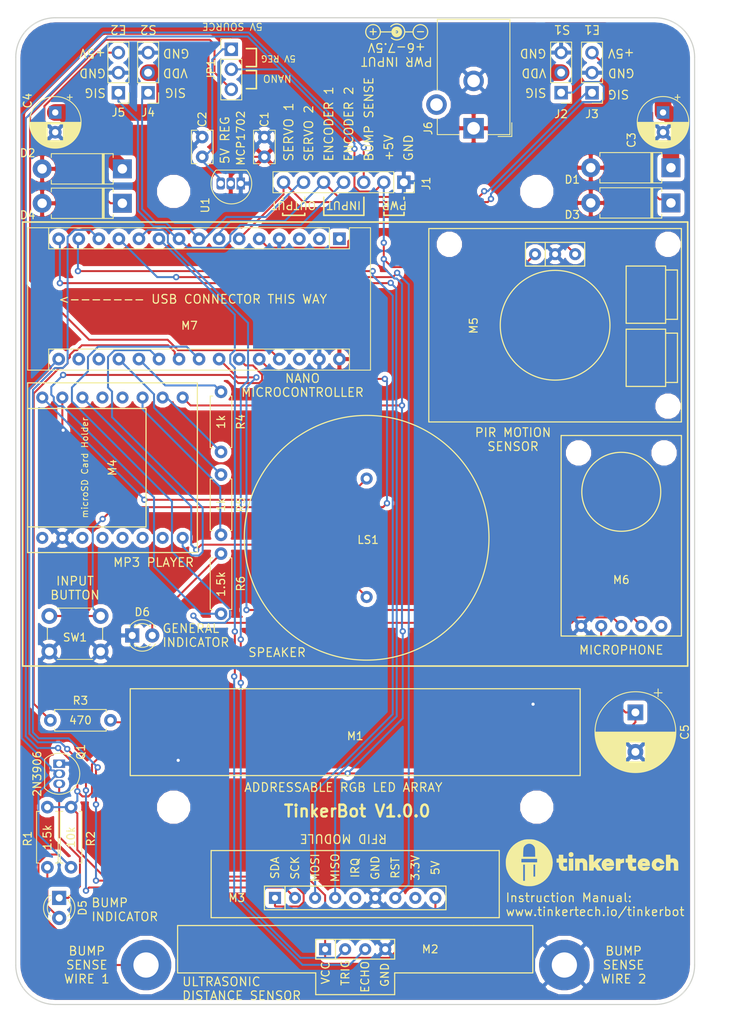
<source format=kicad_pcb>
(kicad_pcb (version 20171130) (host pcbnew "(5.0.1)-3")
  (layers (0 F.Cu signal) (31 B.Cu signal) (34 B.Paste user) (35 F.Paste user) (36 B.SilkS user) (37 F.SilkS user) (38 B.Mask user) (39 F.Mask user) (44 Edge.Cuts user))
  (net 0 "")
  (net 1 VDD)
  (net 2 GND)
  (net 3 +5V)
  (net 4 "Net-(D3-Pad1)")
  (net 5 "Net-(D4-Pad1)")
  (net 6 SERVO_1_SIGNAL)
  (net 7 SERVO_2_SIGNAL)
  (net 8 ENCODER_1_SIGNAL)
  (net 9 ENCODER_2_SIGNAL)
  (net 10 SERVO_1_PWR)
  (net 11 SERVO_2_PWR)
  (net 12 BUMP_SENSE)
  (net 13 "Net-(D5-Pad1)")
  (net 14 "Net-(D5-Pad2)")
  (net 15 "Net-(A1-Pad1)")
  (net 16 "Net-(A1-Pad2)")
  (net 17 "Net-(A1-Pad18)")
  (net 18 "Net-(A1-Pad3)")
  (net 19 "Net-(A1-Pad28)")
  (net 20 US_ECHO)
  (net 21 US_TRIG)
  (net 22 RFID_RST)
  (net 23 SS)
  (net 24 MOSI)
  (net 25 MISO)
  (net 26 SCK)
  (net 27 "Net-(M1-Pad2)")
  (net 28 "Net-(M1-Pad7)")
  (net 29 "Net-(M3-Pad5)")
  (net 30 "Net-(M3-Pad8)")
  (net 31 DIN)
  (net 32 +3V3)
  (net 33 "Net-(LS1-Pad1)")
  (net 34 "Net-(LS1-Pad2)")
  (net 35 "Net-(M4-Pad2)")
  (net 36 "Net-(M4-Pad3)")
  (net 37 "Net-(M4-Pad9)")
  (net 38 "Net-(M4-Pad11)")
  (net 39 "Net-(M4-Pad12)")
  (net 40 "Net-(M4-Pad13)")
  (net 41 "Net-(M4-Pad14)")
  (net 42 "Net-(M4-Pad15)")
  (net 43 SOFT_RX)
  (net 44 SOFT_TX)
  (net 45 MP3_BUSY)
  (net 46 "Net-(M4-Pad4)")
  (net 47 "Net-(M4-Pad5)")
  (net 48 +5VP)
  (net 49 +5VA)
  (net 50 PIR_OUTPUT)
  (net 51 MIC_GAIN)
  (net 52 MIC_OUTPUT)
  (net 53 "Net-(M6-Pad5)")
  (net 54 "Net-(A1-Pad25)")
  (net 55 "Net-(A1-Pad26)")
  (net 56 "Net-(D6-Pad2)")
  (module TinkerTech-Modules:RobotDyn_PIR_Motion_Sensor (layer F.Cu) (at 68.326 123.952 90)
    (fp_text reference M5 (at -0.048 -10.326 90) (layer F.SilkS))
    (fp_text value RobotDyn_PIR_Motion_Sensor)
    (pad 1 thru_hole circle (at 9 -2.54 90) (size 1.524 1.524) (drill 0.762) (layers *.Cu *.Mask) (net 3 +5V))
    (pad 3 thru_hole circle (at 9 2.54 90) (size 1.524 1.524) (drill 0.762) (layers *.Cu *.Mask) (net 50 PIR_OUTPUT))
    (pad 2 thru_hole circle (at 9 0 90) (size 1.524 1.524) (drill 0.762) (layers *.Cu *.Mask) (net 2 GND))
  )
  (module TinkerTech-Modules:MAX9814_Microphone_Module (layer F.Cu) (at 76.708 162.052)
    (fp_text reference M6 (at 0 -5.842) (layer F.SilkS))
    (fp_text value MAX9814_Microphone_Module)
    (pad 5 thru_hole circle (at 5.08 0) (size 1.524 1.524) (drill 0.762) (layers *.Cu *.Mask) (net 53 "Net-(M6-Pad5)"))
    (pad 4 thru_hole circle (at 2.54 0) (size 1.524 1.524) (drill 0.762) (layers *.Cu *.Mask) (net 52 MIC_OUTPUT))
    (pad 3 thru_hole circle (at 0 0) (size 1.524 1.524) (drill 0.762) (layers *.Cu *.Mask) (net 51 MIC_GAIN))
    (pad 2 thru_hole circle (at -2.54 0) (size 1.524 1.524) (drill 0.762) (layers *.Cu *.Mask) (net 3 +5V))
    (pad 1 thru_hole circle (at -5.08 0) (size 1.524 1.524) (drill 0.762) (layers *.Cu *.Mask) (net 2 GND))
  )
  (module MountingHole:MountingHole_3.2mm_M3 (layer F.Cu) (at 20 107)
    (fp_text reference H1 hide)
    (fp_text value MountingHole)
    (pad 1 np_thru_hole circle (at 0 0) (size 3.2 3.2) (drill 3.2) (layers *.Cu *.Mask))
  )
  (module TinkerTech-Modules:RobotDyn_RFID_Module-Vert (layer F.Cu) (at 43 196.5)
    (fp_text reference M3 (at -15 0) (layer F.SilkS))
    (fp_text value RobotDyn_RFID_Module)
    (fp_text user 3.3V (at 7.62 -3.81 90) (layer F.SilkS))
    (fp_text user 5V (at 10.16 -3.81 90) (layer F.SilkS))
    (fp_text user RST (at 5.08 -3.81 90) (layer F.SilkS))
    (fp_text user GND (at 2.54 -3.81 90) (layer F.SilkS))
    (fp_text user IRQ (at 0 -3.81 90) (layer F.SilkS))
    (fp_text user MISO (at -2.54 -3.81 90) (layer F.SilkS))
    (fp_text user MOSI (at -5.08 -3.81 90) (layer F.SilkS))
    (fp_text user SCK (at -7.62 -3.81 90) (layer F.SilkS))
    (fp_text user SDA (at -10.16 -3.81 90) (layer F.SilkS))
    (pad 9 thru_hole circle (at 10.16 0) (size 1.524 1.524) (drill 0.762) (layers *.Cu *.Mask) (net 3 +5V))
    (pad 8 thru_hole circle (at 7.62 0) (size 1.524 1.524) (drill 0.762) (layers *.Cu *.Mask) (net 30 "Net-(M3-Pad8)"))
    (pad 7 thru_hole circle (at 5.08 0) (size 1.524 1.524) (drill 0.762) (layers *.Cu *.Mask) (net 22 RFID_RST))
    (pad 6 thru_hole circle (at 2.54 0) (size 1.524 1.524) (drill 0.762) (layers *.Cu *.Mask) (net 2 GND))
    (pad 5 thru_hole circle (at 0 0) (size 1.524 1.524) (drill 0.762) (layers *.Cu *.Mask) (net 29 "Net-(M3-Pad5)"))
    (pad 4 thru_hole circle (at -2.54 0) (size 1.524 1.524) (drill 0.762) (layers *.Cu *.Mask) (net 25 MISO))
    (pad 3 thru_hole circle (at -5.08 0) (size 1.524 1.524) (drill 0.762) (layers *.Cu *.Mask) (net 24 MOSI))
    (pad 2 thru_hole circle (at -7.62 0) (size 1.524 1.524) (drill 0.762) (layers *.Cu *.Mask) (net 26 SCK))
    (pad 1 thru_hole rect (at -10.16 0) (size 1.524 1.524) (drill 0.762) (layers *.Cu *.Mask) (net 23 SS))
  )
  (module Resistor_THT:R_Axial_DIN0207_L6.3mm_D2.5mm_P7.62mm_Horizontal (layer F.Cu) (at 12 174 180)
    (fp_text reference R3 (at 3.81 2.5 180) (layer F.SilkS))
    (fp_text value 470 (at 3.81 0 180) (layer F.SilkS))
    (pad 2 thru_hole oval (at 7.62 0 180) (size 1.6 1.6) (drill 0.8) (layers *.Cu *.Mask) (net 31 DIN))
    (pad 1 thru_hole circle (at 0 0 180) (size 1.6 1.6) (drill 0.8) (layers *.Cu *.Mask) (net 27 "Net-(M1-Pad2)"))
  )
  (module Connector_PinSocket_2.54mm:PinSocket_1x07_P2.54mm_Vertical (layer F.Cu) (at 49.16 105.835 270)
    (fp_text reference J1 (at 0.165 -2.84 270) (layer F.SilkS))
    (fp_text value Conn_01x07_Female)
    (pad 1 thru_hole rect (at 0 0 270) (size 1.7 1.7) (drill 1) (layers *.Cu *.Mask) (net 2 GND))
    (pad 2 thru_hole oval (at 0 2.54 270) (size 1.7 1.7) (drill 1) (layers *.Cu *.Mask) (net 3 +5V))
    (pad 3 thru_hole oval (at 0 5.08 270) (size 1.7 1.7) (drill 1) (layers *.Cu *.Mask) (net 12 BUMP_SENSE))
    (pad 4 thru_hole oval (at 0 7.62 270) (size 1.7 1.7) (drill 1) (layers *.Cu *.Mask) (net 9 ENCODER_2_SIGNAL))
    (pad 5 thru_hole oval (at 0 10.16 270) (size 1.7 1.7) (drill 1) (layers *.Cu *.Mask) (net 8 ENCODER_1_SIGNAL))
    (pad 6 thru_hole oval (at 0 12.7 270) (size 1.7 1.7) (drill 1) (layers *.Cu *.Mask) (net 7 SERVO_2_SIGNAL))
    (pad 7 thru_hole oval (at 0 15.24 270) (size 1.7 1.7) (drill 1) (layers *.Cu *.Mask) (net 6 SERVO_1_SIGNAL))
  )
  (module Resistor_THT:R_Axial_DIN0207_L6.3mm_D2.5mm_P7.62mm_Horizontal (layer F.Cu) (at 4 185 270)
    (fp_text reference R2 (at 4 -5.5 270) (layer F.SilkS))
    (fp_text value 1.5k (at 3.81 0 270) (layer F.SilkS))
    (pad 2 thru_hole oval (at 7.62 0 270) (size 1.6 1.6) (drill 0.8) (layers *.Cu *.Mask) (net 14 "Net-(D5-Pad2)"))
    (pad 1 thru_hole circle (at 0 0 270) (size 1.6 1.6) (drill 0.8) (layers *.Cu *.Mask) (net 3 +5V))
  )
  (module MountingHole:MountingHole_3.2mm_M3 (layer F.Cu) (at 66 185)
    (fp_text reference H2 hide)
    (fp_text value MountingHole)
    (pad 1 np_thru_hole circle (at 0 0) (size 3.2 3.2) (drill 3.2) (layers *.Cu *.Mask))
  )
  (module MountingHole:MountingHole_3.2mm_M3 (layer F.Cu) (at 20 185)
    (fp_text reference H1 hide)
    (fp_text value MountingHole)
    (pad 1 np_thru_hole circle (at 0 0) (size 3.2 3.2) (drill 3.2) (layers *.Cu *.Mask))
  )
  (module Package_TO_SOT_THT:TO-92_Inline (layer F.Cu) (at 5.5 179.5 270)
    (fp_text reference Q1 (at -1.5 -2.75 270) (layer F.SilkS))
    (fp_text value 2N3906 (at 1.27 2.79 270) (layer F.SilkS))
    (pad 1 thru_hole rect (at 0 0 270) (size 1.05 1.5) (drill 0.75) (layers *.Cu *.Mask) (net 2 GND))
    (pad 3 thru_hole oval (at 2.54 0 270) (size 1.05 1.5) (drill 0.75) (layers *.Cu *.Mask) (net 13 "Net-(D5-Pad1)"))
    (pad 2 thru_hole oval (at 1.27 0 270) (size 1.05 1.5) (drill 0.75) (layers *.Cu *.Mask) (net 12 BUMP_SENSE))
  )
  (module Package_TO_SOT_THT:TO-92L_Inline (layer F.Cu) (at 28.5 106 180)
    (fp_text reference U1 (at 4.5 -2.75 270) (layer F.SilkS))
    (fp_text value MCP1702 (at 0 5.75 270) (layer F.SilkS))
    (pad 2 thru_hole roundrect (at 1.27 0 180) (size 1.05 1.5) (drill 0.75) (layers *.Cu *.Mask) (net 1 VDD))
    (pad 3 thru_hole roundrect (at 2.54 0 180) (size 1.05 1.5) (drill 0.75) (layers *.Cu *.Mask) (net 49 +5VA))
    (pad 1 thru_hole rect (at 0 0 180) (size 1.05 1.5) (drill 0.75) (layers *.Cu *.Mask) (net 2 GND))
  )
  (module Resistor_THT:R_Axial_DIN0207_L6.3mm_D2.5mm_P7.62mm_Horizontal (layer F.Cu) (at 7 185 270)
    (fp_text reference R1 (at 4 5.5 270) (layer F.SilkS))
    (fp_text value 10k (at 3.81 0 270) (layer F.SilkS))
    (pad 1 thru_hole circle (at 0 0 270) (size 1.6 1.6) (drill 0.8) (layers *.Cu *.Mask) (net 3 +5V))
    (pad 2 thru_hole oval (at 7.62 0 270) (size 1.6 1.6) (drill 0.8) (layers *.Cu *.Mask) (net 12 BUMP_SENSE))
  )
  (module Connector_PinHeader_2.54mm:PinHeader_1x03_P2.54mm_Vertical (layer F.Cu) (at 69.088 94.488 180)
    (fp_text reference J2 (at 0 -2.712 180) (layer F.SilkS))
    (fp_text value Conn_01x03_Male)
    (pad 1 thru_hole rect (at 0 0 180) (size 1.7 1.7) (drill 1) (layers *.Cu *.Mask) (net 6 SERVO_1_SIGNAL))
    (pad 2 thru_hole oval (at 0 2.54 180) (size 1.7 1.7) (drill 1) (layers *.Cu *.Mask) (net 10 SERVO_1_PWR))
    (pad 3 thru_hole oval (at 0 5.08 180) (size 1.7 1.7) (drill 1) (layers *.Cu *.Mask) (net 2 GND))
  )
  (module Connector_PinHeader_2.54mm:PinHeader_1x03_P2.54mm_Vertical (layer F.Cu) (at 16.764 94.5 180)
    (fp_text reference J4 (at 0 -2.5 180) (layer F.SilkS))
    (fp_text value Conn_01x03_Male)
    (pad 3 thru_hole oval (at 0 5.08 180) (size 1.7 1.7) (drill 1) (layers *.Cu *.Mask) (net 2 GND))
    (pad 2 thru_hole oval (at 0 2.54 180) (size 1.7 1.7) (drill 1) (layers *.Cu *.Mask) (net 11 SERVO_2_PWR))
    (pad 1 thru_hole rect (at 0 0 180) (size 1.7 1.7) (drill 1) (layers *.Cu *.Mask) (net 7 SERVO_2_SIGNAL))
  )
  (module Connector_PinHeader_2.54mm:PinHeader_1x03_P2.54mm_Vertical (layer F.Cu) (at 73 94.5 180)
    (fp_text reference J3 (at 0 -2.7 180) (layer F.SilkS))
    (fp_text value Conn_01x03_Male)
    (pad 3 thru_hole oval (at 0 5.08 180) (size 1.7 1.7) (drill 1) (layers *.Cu *.Mask) (net 4 "Net-(D3-Pad1)"))
    (pad 2 thru_hole oval (at 0 2.54 180) (size 1.7 1.7) (drill 1) (layers *.Cu *.Mask) (net 2 GND))
    (pad 1 thru_hole rect (at 0 0 180) (size 1.7 1.7) (drill 1) (layers *.Cu *.Mask) (net 8 ENCODER_1_SIGNAL))
  )
  (module Connector_PinHeader_2.54mm:PinHeader_1x03_P2.54mm_Vertical (layer F.Cu) (at 13 94.5 180)
    (fp_text reference J5 (at 0 -2.5) (layer F.SilkS))
    (fp_text value Conn_01x03_Male)
    (pad 1 thru_hole rect (at 0 0 180) (size 1.7 1.7) (drill 1) (layers *.Cu *.Mask) (net 9 ENCODER_2_SIGNAL))
    (pad 2 thru_hole oval (at 0 2.54 180) (size 1.7 1.7) (drill 1) (layers *.Cu *.Mask) (net 2 GND))
    (pad 3 thru_hole oval (at 0 5.08 180) (size 1.7 1.7) (drill 1) (layers *.Cu *.Mask) (net 5 "Net-(D4-Pad1)"))
  )
  (module MountingHole:MountingHole_3.2mm_M3 (layer F.Cu) (at 66 107)
    (fp_text reference H2 hide)
    (fp_text value MountingHole)
    (pad 1 np_thru_hole circle (at 0 0) (size 3.2 3.2) (drill 3.2) (layers *.Cu *.Mask))
  )
  (module MountingHole:MountingHole_3.2mm_M3_Pad (layer F.Cu) (at 16.5 205)
    (fp_text reference H4 hide)
    (fp_text value MountingHole_Pad)
    (pad 1 thru_hole circle (at 0 0) (size 6.4 6.4) (drill 3.2) (layers *.Cu *.Mask) (net 12 BUMP_SENSE))
  )
  (module MountingHole:MountingHole_3.2mm_M3_Pad (layer F.Cu) (at 69.5 205)
    (fp_text reference H5 hide)
    (fp_text value MountingHole_Pad)
    (pad 1 thru_hole circle (at 0 0) (size 6.4 6.4) (drill 3.2) (layers *.Cu *.Mask) (net 2 GND))
  )
  (module LED_THT:LED_D3.0mm (layer F.Cu) (at 5.5 196.5 270)
    (fp_text reference D5 (at 1.27 -2.96 270) (layer F.SilkS))
    (fp_text value LED)
    (pad 2 thru_hole circle (at 2.54 0 270) (size 1.8 1.8) (drill 0.9) (layers *.Cu *.Mask) (net 14 "Net-(D5-Pad2)"))
    (pad 1 thru_hole rect (at 0 0 270) (size 1.8 1.8) (drill 0.9) (layers *.Cu *.Mask) (net 13 "Net-(D5-Pad1)"))
  )
  (module Capacitor_THT:C_Rect_L4.0mm_W2.5mm_P2.50mm (layer F.Cu) (at 31.496 102.616 90)
    (fp_text reference C1 (at 4.75 0 90) (layer F.SilkS))
    (fp_text value 1uF)
    (pad 1 thru_hole circle (at 0 0 90) (size 1.6 1.6) (drill 0.8) (layers *.Cu *.Mask) (net 1 VDD))
    (pad 2 thru_hole circle (at 2.5 0 90) (size 1.6 1.6) (drill 0.8) (layers *.Cu *.Mask) (net 2 GND))
  )
  (module Capacitor_THT:C_Rect_L4.0mm_W2.5mm_P2.50mm (layer F.Cu) (at 23.622 102.616 90)
    (fp_text reference C2 (at 4.75 0 90) (layer F.SilkS))
    (fp_text value 1uF)
    (pad 2 thru_hole circle (at 2.5 0 90) (size 1.6 1.6) (drill 0.8) (layers *.Cu *.Mask) (net 2 GND))
    (pad 1 thru_hole circle (at 0 0 90) (size 1.6 1.6) (drill 0.8) (layers *.Cu *.Mask) (net 49 +5VA))
  )
  (module Diode_THT:D_DO-15_P10.16mm_Horizontal (layer F.Cu) (at 83 104 180)
    (fp_text reference D1 (at 12.5 -1.5 180) (layer F.SilkS))
    (fp_text value B240AE-13)
    (pad 2 thru_hole oval (at 10.16 0 180) (size 2.4 2.4) (drill 1.2) (layers *.Cu *.Mask) (net 1 VDD))
    (pad 1 thru_hole rect (at 0 0 180) (size 2.4 2.4) (drill 1.2) (layers *.Cu *.Mask) (net 10 SERVO_1_PWR))
  )
  (module Diode_THT:D_DO-15_P10.16mm_Horizontal (layer F.Cu) (at 13.5 104.14 180)
    (fp_text reference D2 (at 12 2 180) (layer F.SilkS))
    (fp_text value B240AE-13)
    (pad 1 thru_hole rect (at 0 0 180) (size 2.4 2.4) (drill 1.2) (layers *.Cu *.Mask) (net 11 SERVO_2_PWR))
    (pad 2 thru_hole oval (at 10.16 0 180) (size 2.4 2.4) (drill 1.2) (layers *.Cu *.Mask) (net 1 VDD))
  )
  (module Diode_THT:D_DO-15_P10.16mm_Horizontal (layer F.Cu) (at 83 108.458 180)
    (fp_text reference D3 (at 12.5 -1.5 180) (layer F.SilkS))
    (fp_text value B240AE-13)
    (pad 2 thru_hole oval (at 10.16 0 180) (size 2.4 2.4) (drill 1.2) (layers *.Cu *.Mask) (net 1 VDD))
    (pad 1 thru_hole rect (at 0 0 180) (size 2.4 2.4) (drill 1.2) (layers *.Cu *.Mask) (net 4 "Net-(D3-Pad1)"))
  )
  (module Diode_THT:D_DO-15_P10.16mm_Horizontal (layer F.Cu) (at 13.5 108.5 180)
    (fp_text reference D4 (at 12 -1.5 180) (layer F.SilkS))
    (fp_text value B240AE-13)
    (pad 1 thru_hole rect (at 0 0 180) (size 2.4 2.4) (drill 1.2) (layers *.Cu *.Mask) (net 5 "Net-(D4-Pad1)"))
    (pad 2 thru_hole oval (at 10.16 0 180) (size 2.4 2.4) (drill 1.2) (layers *.Cu *.Mask) (net 1 VDD))
  )
  (module Connector_BarrelJack:BarrelJack_CUI_PJ-102AH_Horizontal (layer F.Cu) (at 58 99 180)
    (fp_text reference J6 (at 5.75 0 90) (layer F.SilkS))
    (fp_text value Barrel_Jack)
    (pad 1 thru_hole rect (at 0 0 180) (size 2.6 2.6) (drill 1.6) (layers *.Cu *.Mask) (net 1 VDD))
    (pad 2 thru_hole circle (at 0 6 180) (size 2.6 2.6) (drill 1.6) (layers *.Cu *.Mask) (net 2 GND))
    (pad 3 thru_hole circle (at 4.7 3 180) (size 2.6 2.6) (drill 1.6) (layers *.Cu *.Mask))
  )
  (module Capacitor_THT:CP_Radial_D6.3mm_P2.50mm (layer F.Cu) (at 82 97 270)
    (fp_text reference C3 (at 3.5 4 270) (layer F.SilkS))
    (fp_text value 470uF hide)
    (pad 1 thru_hole rect (at 0 0 270) (size 1.6 1.6) (drill 0.8) (layers *.Cu *.Mask) (net 10 SERVO_1_PWR))
    (pad 2 thru_hole circle (at 2.5 0 270) (size 1.6 1.6) (drill 0.8) (layers *.Cu *.Mask) (net 2 GND))
  )
  (module Capacitor_THT:CP_Radial_D6.3mm_P2.50mm (layer F.Cu) (at 5 97 270)
    (fp_text reference C4 (at -1.5 3.5 270) (layer F.SilkS))
    (fp_text value 470uF hide)
    (pad 2 thru_hole circle (at 2.5 0 270) (size 1.6 1.6) (drill 0.8) (layers *.Cu *.Mask) (net 2 GND))
    (pad 1 thru_hole rect (at 0 0 270) (size 1.6 1.6) (drill 0.8) (layers *.Cu *.Mask) (net 11 SERVO_2_PWR))
  )
  (module SparkFun-Boards:BREADBOARD-MINI (layer F.Cu) (at 43 139)
    (fp_text reference BB1 hide)
    (fp_text value Breadboard-Mini hide)
  )
  (module Symbol:TinkerTech-Logo_22.4x6.5mm_SilkScreen (layer F.Cu) (at 73 192.024)
    (fp_text reference SLK1 hide)
    (fp_text value TT_Logo hide)
  )
  (module TinkerTech-Modules:WS2812-8px-Stick (layer F.Cu) (at 43 175.5)
    (fp_text reference M1 (at 0 0.5) (layer F.SilkS))
    (fp_text value WS2812S_8Px_Strip)
    (pad 1 smd rect (at -26 -3.75) (size 4.25 1.3) (layers F.Cu F.Paste F.Mask) (net 2 GND))
    (pad 8 smd rect (at 26 -3.75) (size 4.25 1.3) (layers F.Cu F.Paste F.Mask) (net 2 GND))
    (pad 2 smd rect (at -26 -1.25) (size 4.25 1.3) (layers F.Cu F.Paste F.Mask) (net 27 "Net-(M1-Pad2)"))
    (pad 7 smd rect (at 26 -1.25) (size 4.25 1.3) (layers F.Cu F.Paste F.Mask) (net 28 "Net-(M1-Pad7)"))
    (pad 3 smd rect (at -26 1.25) (size 4.25 1.3) (layers F.Cu F.Paste F.Mask) (net 3 +5V))
    (pad 6 smd rect (at 26 1.25) (size 4.25 1.3) (layers F.Cu F.Paste F.Mask) (net 3 +5V))
    (pad 4 smd rect (at -26 3.75) (size 4.25 1.3) (layers F.Cu F.Paste F.Mask) (net 2 GND))
    (pad 5 smd rect (at 26 3.75) (size 4.25 1.3) (layers F.Cu F.Paste F.Mask) (net 2 GND))
  )
  (module TinkerTech-Modules:HC-SR04-Labeled-Short-Silk (layer F.Cu) (at 43 203)
    (fp_text reference M2 (at 9.5 0) (layer F.SilkS))
    (fp_text value HC-SR04)
    (fp_text user VCC (at -3.75 3 90) (layer F.SilkS))
    (fp_text user GND (at 3.75 3.25 90) (layer F.SilkS))
    (fp_text user TRIG (at -1.25 3 90) (layer F.SilkS))
    (fp_text user ECHO (at 1.25 3.5 90) (layer F.SilkS))
    (pad 1 thru_hole rect (at -3.81 0) (size 1.524 1.524) (drill 0.762) (layers *.Cu *.Mask) (net 3 +5V))
    (pad 2 thru_hole circle (at -1.27 0) (size 1.524 1.524) (drill 0.762) (layers *.Cu *.Mask) (net 21 US_TRIG))
    (pad 3 thru_hole circle (at 1.27 0) (size 1.524 1.524) (drill 0.762) (layers *.Cu *.Mask) (net 20 US_ECHO))
    (pad 4 thru_hole circle (at 3.81 0) (size 1.524 1.524) (drill 0.762) (layers *.Cu *.Mask) (net 2 GND))
  )
  (module TinkerTech-Modules:Speaker_30mm-Dia_15mm-Pitch (layer F.Cu) (at 44.45 150.876 270)
    (fp_text reference LS1 (at 0.264 -0.18) (layer F.SilkS))
    (fp_text value Speaker)
    (pad 1 thru_hole circle (at -7.5 0 270) (size 1.524 1.524) (drill 0.762) (layers *.Cu *.Mask) (net 33 "Net-(LS1-Pad1)"))
    (pad 2 thru_hole circle (at 7.5 0 270) (size 1.524 1.524) (drill 0.762) (layers *.Cu *.Mask) (net 34 "Net-(LS1-Pad2)"))
  )
  (module Capacitor_THT:CP_Radial_D10.0mm_P5.00mm (layer F.Cu) (at 78.5 173 270)
    (fp_text reference C5 (at 2.5 -6.25 270) (layer F.SilkS))
    (fp_text value 1000uF)
    (pad 1 thru_hole rect (at 0 0 270) (size 2 2) (drill 1) (layers *.Cu *.Mask) (net 3 +5V))
    (pad 2 thru_hole circle (at 5 0 270) (size 2 2) (drill 1) (layers *.Cu *.Mask) (net 2 GND))
  )
  (module TinkerTech-Modules:DFPlayer_Mini (layer F.Cu) (at 12.25 142 270)
    (fp_text reference M4 (at -0.01 0.01 270) (layer F.SilkS))
    (fp_text value DFPlayer_Mini)
    (fp_text user "microSD Card Holder" (at 0 3.5 270) (layer F.SilkS) (effects (font (size 0.8 0.8) (thickness 0.12))))
    (pad 1 thru_hole circle (at -8.89 -8.89 270) (size 1.524 1.524) (drill 0.762) (layers *.Cu *.Mask) (net 3 +5V))
    (pad 2 thru_hole circle (at -8.89 -6.35 270) (size 1.524 1.524) (drill 0.762) (layers *.Cu *.Mask) (net 35 "Net-(M4-Pad2)"))
    (pad 3 thru_hole circle (at -8.89 -3.81 270) (size 1.524 1.524) (drill 0.762) (layers *.Cu *.Mask) (net 36 "Net-(M4-Pad3)"))
    (pad 4 thru_hole circle (at -8.89 -1.27 270) (size 1.524 1.524) (drill 0.762) (layers *.Cu *.Mask) (net 46 "Net-(M4-Pad4)"))
    (pad 5 thru_hole circle (at -8.89 1.27 270) (size 1.524 1.524) (drill 0.762) (layers *.Cu *.Mask) (net 47 "Net-(M4-Pad5)"))
    (pad 6 thru_hole circle (at -8.89 3.81 270) (size 1.524 1.524) (drill 0.762) (layers *.Cu *.Mask) (net 34 "Net-(LS1-Pad2)"))
    (pad 7 thru_hole circle (at -8.89 6.35 270) (size 1.524 1.524) (drill 0.762) (layers *.Cu *.Mask) (net 2 GND))
    (pad 8 thru_hole circle (at -8.89 8.89 270) (size 1.524 1.524) (drill 0.762) (layers *.Cu *.Mask) (net 33 "Net-(LS1-Pad1)"))
    (pad 9 thru_hole circle (at 8.89 8.89 270) (size 1.524 1.524) (drill 0.762) (layers *.Cu *.Mask) (net 37 "Net-(M4-Pad9)"))
    (pad 10 thru_hole circle (at 8.89 6.35 270) (size 1.524 1.524) (drill 0.762) (layers *.Cu *.Mask) (net 2 GND))
    (pad 11 thru_hole circle (at 8.89 3.81 270) (size 1.524 1.524) (drill 0.762) (layers *.Cu *.Mask) (net 38 "Net-(M4-Pad11)"))
    (pad 12 thru_hole circle (at 8.89 1.27 270) (size 1.524 1.524) (drill 0.762) (layers *.Cu *.Mask) (net 39 "Net-(M4-Pad12)"))
    (pad 13 thru_hole circle (at 8.89 -1.27 270) (size 1.524 1.524) (drill 0.762) (layers *.Cu *.Mask) (net 40 "Net-(M4-Pad13)"))
    (pad 14 thru_hole circle (at 8.89 -3.81 270) (size 1.524 1.524) (drill 0.762) (layers *.Cu *.Mask) (net 41 "Net-(M4-Pad14)"))
    (pad 15 thru_hole circle (at 8.89 -6.35 270) (size 1.524 1.524) (drill 0.762) (layers *.Cu *.Mask) (net 42 "Net-(M4-Pad15)"))
    (pad 16 thru_hole circle (at 8.89 -8.89 270) (size 1.524 1.524) (drill 0.762) (layers *.Cu *.Mask) (net 45 MP3_BUSY))
  )
  (module Resistor_THT:R_Axial_DIN0207_L6.3mm_D2.5mm_P7.62mm_Horizontal (layer F.Cu) (at 26 140 90)
    (fp_text reference R4 (at 3.81 2.5 90) (layer F.SilkS))
    (fp_text value 1k (at 3.81 0 90) (layer F.SilkS))
    (pad 1 thru_hole circle (at 0 0 90) (size 1.6 1.6) (drill 0.8) (layers *.Cu *.Mask) (net 35 "Net-(M4-Pad2)"))
    (pad 2 thru_hole oval (at 7.62 0 90) (size 1.6 1.6) (drill 0.8) (layers *.Cu *.Mask) (net 44 SOFT_TX))
  )
  (module Resistor_THT:R_Axial_DIN0207_L6.3mm_D2.5mm_P7.62mm_Horizontal (layer F.Cu) (at 26 150.5 90)
    (fp_text reference R5 (at 3.81 2.5 90) (layer F.SilkS))
    (fp_text value 1k (at 3.81 0 90) (layer F.SilkS))
    (pad 2 thru_hole oval (at 7.62 0 90) (size 1.6 1.6) (drill 0.8) (layers *.Cu *.Mask) (net 43 SOFT_RX))
    (pad 1 thru_hole circle (at 0 0 90) (size 1.6 1.6) (drill 0.8) (layers *.Cu *.Mask) (net 36 "Net-(M4-Pad3)"))
  )
  (module Connector_PinHeader_2.54mm:PinHeader_1x03_P2.54mm_Vertical (layer F.Cu) (at 27.302 88.992)
    (fp_text reference JP1 (at -2.552 2.588 90) (layer F.SilkS))
    (fp_text value Jumper_3_Bridged12)
    (pad 1 thru_hole rect (at 0 0) (size 1.7 1.7) (drill 1) (layers *.Cu *.Mask) (net 49 +5VA))
    (pad 2 thru_hole oval (at 0 2.54) (size 1.7 1.7) (drill 1) (layers *.Cu *.Mask) (net 3 +5V))
    (pad 3 thru_hole oval (at 0 5.08) (size 1.7 1.7) (drill 1) (layers *.Cu *.Mask) (net 48 +5VP))
  )
  (module MountingHole:MountingHole_2.2mm_M2 (layer F.Cu) (at 71.295001 140.125001)
    (fp_text reference H3 hide)
    (fp_text value MountingHole)
    (pad 1 np_thru_hole circle (at 0 0) (size 2.2 2.2) (drill 2.2) (layers *.Cu *.Mask))
  )
  (module MountingHole:MountingHole_2.2mm_M2 (layer F.Cu) (at 82.13 140.12)
    (fp_text reference H6 hide)
    (fp_text value MountingHole)
    (pad 1 np_thru_hole circle (at 0 0) (size 2.2 2.2) (drill 2.2) (layers *.Cu *.Mask))
  )
  (module Module:Arduino_Nano (layer F.Cu) (at 41 113 270)
    (fp_text reference M7 (at 11 19) (layer F.SilkS))
    (fp_text value Arduino_Nano_v3.x)
    (pad 1 thru_hole rect (at 0 0 270) (size 1.6 1.6) (drill 0.8) (layers *.Cu *.Mask) (net 15 "Net-(A1-Pad1)"))
    (pad 17 thru_hole oval (at 15.24 33.02 270) (size 1.6 1.6) (drill 0.8) (layers *.Cu *.Mask) (net 32 +3V3))
    (pad 2 thru_hole oval (at 0 2.54 270) (size 1.6 1.6) (drill 0.8) (layers *.Cu *.Mask) (net 16 "Net-(A1-Pad2)"))
    (pad 18 thru_hole oval (at 15.24 30.48 270) (size 1.6 1.6) (drill 0.8) (layers *.Cu *.Mask) (net 17 "Net-(A1-Pad18)"))
    (pad 3 thru_hole oval (at 0 5.08 270) (size 1.6 1.6) (drill 0.8) (layers *.Cu *.Mask) (net 18 "Net-(A1-Pad3)"))
    (pad 19 thru_hole oval (at 15.24 27.94 270) (size 1.6 1.6) (drill 0.8) (layers *.Cu *.Mask) (net 43 SOFT_RX))
    (pad 4 thru_hole oval (at 0 7.62 270) (size 1.6 1.6) (drill 0.8) (layers *.Cu *.Mask) (net 2 GND))
    (pad 20 thru_hole oval (at 15.24 25.4 270) (size 1.6 1.6) (drill 0.8) (layers *.Cu *.Mask) (net 44 SOFT_TX))
    (pad 5 thru_hole oval (at 0 10.16 270) (size 1.6 1.6) (drill 0.8) (layers *.Cu *.Mask) (net 50 PIR_OUTPUT))
    (pad 21 thru_hole oval (at 15.24 22.86 270) (size 1.6 1.6) (drill 0.8) (layers *.Cu *.Mask) (net 45 MP3_BUSY))
    (pad 6 thru_hole oval (at 0 12.7 270) (size 1.6 1.6) (drill 0.8) (layers *.Cu *.Mask) (net 6 SERVO_1_SIGNAL))
    (pad 22 thru_hole oval (at 15.24 20.32 270) (size 1.6 1.6) (drill 0.8) (layers *.Cu *.Mask) (net 31 DIN))
    (pad 7 thru_hole oval (at 0 15.24 270) (size 1.6 1.6) (drill 0.8) (layers *.Cu *.Mask) (net 8 ENCODER_1_SIGNAL))
    (pad 23 thru_hole oval (at 15.24 17.78 270) (size 1.6 1.6) (drill 0.8) (layers *.Cu *.Mask) (net 51 MIC_GAIN))
    (pad 8 thru_hole oval (at 0 17.78 270) (size 1.6 1.6) (drill 0.8) (layers *.Cu *.Mask) (net 7 SERVO_2_SIGNAL))
    (pad 24 thru_hole oval (at 15.24 15.24 270) (size 1.6 1.6) (drill 0.8) (layers *.Cu *.Mask) (net 52 MIC_OUTPUT))
    (pad 9 thru_hole oval (at 0 20.32 270) (size 1.6 1.6) (drill 0.8) (layers *.Cu *.Mask) (net 9 ENCODER_2_SIGNAL))
    (pad 25 thru_hole oval (at 15.24 12.7 270) (size 1.6 1.6) (drill 0.8) (layers *.Cu *.Mask) (net 54 "Net-(A1-Pad25)"))
    (pad 10 thru_hole oval (at 0 22.86 270) (size 1.6 1.6) (drill 0.8) (layers *.Cu *.Mask) (net 20 US_ECHO))
    (pad 26 thru_hole oval (at 15.24 10.16 270) (size 1.6 1.6) (drill 0.8) (layers *.Cu *.Mask) (net 55 "Net-(A1-Pad26)"))
    (pad 11 thru_hole oval (at 0 25.4 270) (size 1.6 1.6) (drill 0.8) (layers *.Cu *.Mask) (net 21 US_TRIG))
    (pad 27 thru_hole oval (at 15.24 7.62 270) (size 1.6 1.6) (drill 0.8) (layers *.Cu *.Mask) (net 48 +5VP))
    (pad 12 thru_hole oval (at 0 27.94 270) (size 1.6 1.6) (drill 0.8) (layers *.Cu *.Mask) (net 22 RFID_RST))
    (pad 28 thru_hole oval (at 15.24 5.08 270) (size 1.6 1.6) (drill 0.8) (layers *.Cu *.Mask) (net 19 "Net-(A1-Pad28)"))
    (pad 13 thru_hole oval (at 0 30.48 270) (size 1.6 1.6) (drill 0.8) (layers *.Cu *.Mask) (net 23 SS))
    (pad 29 thru_hole oval (at 15.24 2.54 270) (size 1.6 1.6) (drill 0.8) (layers *.Cu *.Mask) (net 2 GND))
    (pad 14 thru_hole oval (at 0 33.02 270) (size 1.6 1.6) (drill 0.8) (layers *.Cu *.Mask) (net 24 MOSI))
    (pad 30 thru_hole oval (at 15.24 0 270) (size 1.6 1.6) (drill 0.8) (layers *.Cu *.Mask) (net 1 VDD))
    (pad 15 thru_hole oval (at 0 35.56 270) (size 1.6 1.6) (drill 0.8) (layers *.Cu *.Mask) (net 25 MISO))
    (pad 16 thru_hole oval (at 15.24 35.56 270) (size 1.6 1.6) (drill 0.8) (layers *.Cu *.Mask) (net 26 SCK))
  )
  (module MountingHole:MountingHole_2.2mm_M2 (layer F.Cu) (at 82.63 113.7)
    (fp_text reference H7 hide)
    (fp_text value MountingHole)
    (pad 1 np_thru_hole circle (at 0 0) (size 2.2 2.2) (drill 2.2) (layers *.Cu *.Mask))
  )
  (module MountingHole:MountingHole_2.2mm_M2 (layer F.Cu) (at 54.93 113.7)
    (fp_text reference H8 hide)
    (fp_text value MountingHole)
    (pad 1 np_thru_hole circle (at 0 0) (size 2.2 2.2) (drill 2.2) (layers *.Cu *.Mask))
  )
  (module MountingHole:MountingHole_2.2mm_M2 (layer F.Cu) (at 82.63 134.2)
    (fp_text reference H9 hide)
    (fp_text value MountingHole)
    (pad 1 np_thru_hole circle (at 0 0) (size 2.2 2.2) (drill 2.2) (layers *.Cu *.Mask))
  )
  (module Symbol:Symbol_Barrel_Polarity (layer F.Cu) (at 48.26 86.868 180)
    (fp_text reference SLK2 hide)
    (fp_text value Barrel_Polarity)
  )
  (module LED_THT:LED_D3.0mm (layer F.Cu) (at 14.75 163.25)
    (fp_text reference D6 (at 1.27 -2.96) (layer F.SilkS))
    (fp_text value LED)
    (pad 1 thru_hole rect (at 0 0) (size 1.8 1.8) (drill 0.9) (layers *.Cu *.Mask) (net 2 GND))
    (pad 2 thru_hole circle (at 2.54 0) (size 1.8 1.8) (drill 0.9) (layers *.Cu *.Mask) (net 56 "Net-(D6-Pad2)"))
  )
  (module Resistor_THT:R_Axial_DIN0207_L6.3mm_D2.5mm_P7.62mm_Horizontal (layer F.Cu) (at 26 160.5 90)
    (fp_text reference R6 (at 3.81 2.5 90) (layer F.SilkS))
    (fp_text value 1.5k (at 3.75 0 90) (layer F.SilkS))
    (pad 1 thru_hole circle (at 0 0 90) (size 1.6 1.6) (drill 0.8) (layers *.Cu *.Mask) (net 54 "Net-(A1-Pad25)"))
    (pad 2 thru_hole oval (at 7.62 0 90) (size 1.6 1.6) (drill 0.8) (layers *.Cu *.Mask) (net 56 "Net-(D6-Pad2)"))
  )
  (module Button_Switch_THT:SW_PUSH_6mm_H4.3mm (layer F.Cu) (at 4.25 160.785001)
    (fp_text reference SW1 (at 3.25 2.714999) (layer F.SilkS))
    (fp_text value SW_Push)
    (pad 2 thru_hole circle (at 0 4.5 90) (size 2 2) (drill 1.1) (layers *.Cu *.Mask) (net 2 GND))
    (pad 1 thru_hole circle (at 0 0 90) (size 2 2) (drill 1.1) (layers *.Cu *.Mask) (net 55 "Net-(A1-Pad26)"))
    (pad 2 thru_hole circle (at 6.5 4.5 90) (size 2 2) (drill 1.1) (layers *.Cu *.Mask) (net 2 GND))
    (pad 1 thru_hole circle (at 6.5 0 90) (size 2 2) (drill 1.1) (layers *.Cu *.Mask) (net 55 "Net-(A1-Pad26)"))
  )
  (gr_text "TinkerBot V1.0.0" (at 43.25 185.5) (layer F.SilkS) (effects (font (size 1.5 1.5) (thickness 0.3))))
  (gr_text "INPUT\nBUTTON" (at 7.5 157.25) (layer F.SilkS) (effects (font (size 1.1 1.1))))
  (gr_text "GENERAL\nINDICATOR" (at 18.5 163.25) (layer F.SilkS) (effects (font (size 1.1 1.1)) (justify left)))
  (gr_text "5V REG" (at 26.5 100.5 90) (layer F.SilkS) (effects (font (size 1.1 1.1))))
  (gr_text "PIR MOTION\nSENSOR" (at 62.992 138.43) (layer F.SilkS) (effects (font (size 1.1 1.1))))
  (gr_text MICROPHONE (at 76.708 165.1) (layer F.SilkS) (effects (font (size 1.1 1.1))))
  (gr_text SPEAKER (at 29.36 165.41) (layer F.SilkS) (effects (font (size 1.1 1.1)) (justify left)))
  (gr_text "NANO\nMICROCONTROLLER" (at 36.322 131.572) (layer F.SilkS) (effects (font (size 1.1 1.1))))
  (gr_text "<------- USB CONNECTOR THIS WAY" (at 5.334 120.65) (layer F.SilkS) (effects (font (size 1.1 1.1)) (justify left)))
  (gr_text "MP3 PLAYER" (at 12.25 154) (layer F.SilkS) (effects (font (size 1.1 1.1)) (justify left)))
  (gr_text "5V SOURCE" (at 27.432 86.106 180) (layer F.SilkS) (effects (font (size 0.9 0.9) (thickness 0.12))))
  (gr_text NANO (at 31.25 92.71 180) (layer F.SilkS) (effects (font (size 0.9 0.9) (thickness 0.12)) (justify right)))
  (gr_text "5V REG" (at 31 90.17 180) (layer F.SilkS) (effects (font (size 0.8 0.8) (thickness 0.12)) (justify right)))
  (gr_line (start 30.48 93.98) (end 29.21 93.98) (layer F.SilkS) (width 0.2))
  (gr_line (start 30.48 91.694) (end 30.48 93.98) (layer F.SilkS) (width 0.2))
  (gr_line (start 29.21 91.694) (end 30.48 91.694) (layer F.SilkS) (width 0.2))
  (gr_line (start 30.48 91.186) (end 29.21 91.186) (layer F.SilkS) (width 0.2))
  (gr_line (start 30.48 88.9) (end 30.48 91.186) (layer F.SilkS) (width 0.2))
  (gr_line (start 29.21 88.9) (end 30.48 88.9) (layer F.SilkS) (width 0.2))
  (gr_text "ADDRESSABLE RGB LED ARRAY" (at 41.5 182.5) (layer F.SilkS) (effects (font (size 1.1 1.1))))
  (gr_text "RFID MODULE" (at 41.5 189 180) (layer F.SilkS) (effects (font (size 1.1 1.1))))
  (gr_text "ULTRASONIC\nDISTANCE SENSOR" (at 21 208) (layer F.SilkS) (effects (font (size 1.1 1.1)) (justify left)))
  (gr_line (start 65.5 200) (end 58 200) (layer F.SilkS) (width 0.15))
  (gr_line (start 65.5 206) (end 65.5 200) (layer F.SilkS) (width 0.15))
  (gr_line (start 58 206) (end 65.5 206) (layer F.SilkS) (width 0.15))
  (gr_line (start 20.5 200) (end 28 200) (layer F.SilkS) (width 0.15))
  (gr_line (start 20.5 206) (end 20.5 200) (layer F.SilkS) (width 0.15))
  (gr_line (start 28 206) (end 20.5 206) (layer F.SilkS) (width 0.15))
  (gr_text + (at 45.273126 86.841985 180) (layer F.SilkS) (effects (font (size 1 1))))
  (gr_text - (at 51.273126 86.841985 180) (layer F.SilkS) (effects (font (size 1 1))))
  (gr_text "BUMP\nINDICATOR" (at 9.5 198) (layer F.SilkS) (effects (font (size 1.1 1.1)) (justify left)))
  (gr_text "Instruction Manual:\nwww.tinkertech.io/tinkerbot" (at 61.976 197.358) (layer F.SilkS) (effects (font (size 1.1 1.1)) (justify left)))
  (gr_text "BUMP\nSENSE\nWIRE 1" (at 9 205) (layer F.SilkS) (effects (font (size 1.1 1.1))))
  (gr_text "BUMP\nSENSE\nWIRE 2" (at 77 205) (layer F.SilkS) (effects (font (size 1.1 1.1))))
  (gr_text "PWR INPUT\n+6-7.5V" (at 48.26 89.662 180) (layer F.SilkS) (effects (font (size 1.1 1.1))))
  (gr_arc (start 5 90) (end 5 85) (angle -90) (layer Edge.Cuts) (width 0.15))
  (gr_arc (start 81 90) (end 86 90) (angle -90) (layer Edge.Cuts) (width 0.15))
  (gr_line (start 86 205) (end 86 90) (layer Edge.Cuts) (width 0.15))
  (gr_arc (start 81 205) (end 81 210) (angle -90) (layer Edge.Cuts) (width 0.15))
  (gr_line (start 5 210) (end 81 210) (layer Edge.Cuts) (width 0.15))
  (gr_arc (start 5 205) (end 0 205) (angle -90) (layer Edge.Cuts) (width 0.15))
  (gr_text "SERVO 2" (at 37.115 103.295 90) (layer F.SilkS) (effects (font (size 1.1 1.1)) (justify left)))
  (gr_line (start 81 85) (end 5 85) (layer Edge.Cuts) (width 0.15))
  (gr_line (start 0 90) (end 0 205) (layer Edge.Cuts) (width 0.15))
  (gr_text "GND\n" (at 67.31 89.5 180) (layer F.SilkS) (effects (font (size 1.1 1.1)) (justify left)))
  (gr_text VDD (at 67.31 92 180) (layer F.SilkS) (effects (font (size 1.1 1.1)) (justify left)))
  (gr_text SIG (at 67.31 94.488 180) (layer F.SilkS) (effects (font (size 1.1 1.1)) (justify left)))
  (gr_text +5V (at 74.93 89.5 180) (layer F.SilkS) (effects (font (size 1.1 1.1)) (justify right)))
  (gr_text SIG (at 74.93 94.69 180) (layer F.SilkS) (effects (font (size 1.1 1.1)) (justify right)))
  (gr_text GND (at 74.93 92 180) (layer F.SilkS) (effects (font (size 1.1 1.1)) (justify right)))
  (gr_line (start 46.648 107.994) (end 46.648 107.74) (layer F.SilkS) (width 0.2))
  (gr_line (start 46.648 110.026) (end 46.648 109.645) (layer F.SilkS) (width 0.2))
  (gr_line (start 49.188 110.026) (end 46.648 110.026) (layer F.SilkS) (width 0.2))
  (gr_line (start 49.188 109.645) (end 49.188 110.026) (layer F.SilkS) (width 0.2))
  (gr_line (start 49.188 107.74) (end 49.188 107.994) (layer F.SilkS) (width 0.2))
  (gr_text PWR (at 47.964 108.756 180) (layer F.SilkS) (effects (font (size 1 1))))
  (gr_line (start 44.1 110.026) (end 44.1 107.74) (layer F.SilkS) (width 0.2))
  (gr_line (start 39.02 110.026) (end 44.1 110.026) (layer F.SilkS) (width 0.2))
  (gr_line (start 39.02 107.74) (end 39.02 110.026) (layer F.SilkS) (width 0.2))
  (gr_line (start 36.607 110.026) (end 36.607 109.772) (layer F.SilkS) (width 0.2))
  (gr_line (start 33.813 110.026) (end 36.607 110.026) (layer F.SilkS) (width 0.2))
  (gr_line (start 33.813 109.772) (end 33.813 110.026) (layer F.SilkS) (width 0.2))
  (gr_line (start 33.813 107.74) (end 33.813 107.994) (layer F.SilkS) (width 0.2))
  (gr_line (start 36.607 107.74) (end 36.607 107.994) (layer F.SilkS) (width 0.2))
  (gr_text "GND\n" (at 18.542 89.5 180) (layer F.SilkS) (effects (font (size 1.1 1.1)) (justify right)))
  (gr_text VDD (at 18.542 92 180) (layer F.SilkS) (effects (font (size 1.1 1.1)) (justify right)))
  (gr_text SIG (at 18.796 94.488 180) (layer F.SilkS) (effects (font (size 1.1 1.1)) (justify right)))
  (gr_text +5V (at 11.5 89.5 180) (layer F.SilkS) (effects (font (size 1.1 1.1)) (justify left)))
  (gr_text SIG (at 11.5 94.5 180) (layer F.SilkS) (effects (font (size 1.1 1.1)) (justify left)))
  (gr_text GND (at 11.5 92 180) (layer F.SilkS) (effects (font (size 1.1 1.1)) (justify left)))
  (gr_text INPUT (at 41.56 108.756 180) (layer F.SilkS) (effects (font (size 1 1))))
  (gr_text OUTPUT (at 38.131 108.756 180) (layer F.SilkS) (effects (font (size 1 1)) (justify left)))
  (gr_text "ENCODER 2" (at 42.195 103.295 90) (layer F.SilkS) (effects (font (size 1.1 1.1)) (justify left)))
  (gr_text "BUMP SENSE" (at 44.735 103.295 90) (layer F.SilkS) (effects (font (size 1.1 1.1)) (justify left)))
  (gr_text "ENCODER 1" (at 39.655 103.295 90) (layer F.SilkS) (effects (font (size 1.1 1.1)) (justify left)))
  (gr_text "SERVO 1" (at 34.575 103.295 90) (layer F.SilkS) (effects (font (size 1.15 1.15)) (justify left)))
  (gr_text E1 (at 73 86.5 180) (layer F.SilkS) (effects (font (size 1.1 1.1))))
  (gr_text E2 (at 13 86.5 180) (layer F.SilkS) (effects (font (size 1.1 1.1))))
  (gr_text +5V (at 47.25 103.25 90) (layer F.SilkS) (effects (font (size 1.1 1.1)) (justify left)))
  (gr_text "GND\n" (at 49.75 103.25 90) (layer F.SilkS) (effects (font (size 1.1 1.1)) (justify left)))
  (gr_text S2 (at 16.8 86.5 180) (layer F.SilkS) (effects (font (size 1.1 1.1))))
  (gr_text S1 (at 69.2 86.5 180) (layer F.SilkS) (effects (font (size 1.1 1.1))))
  (segment (start 31.496 102.616) (end 31.5 103) (width 0.25) (layer F.Cu) (net 1))
  (segment (start 29.718 102.616) (end 31.496 102.616) (width 0.25) (layer F.Cu) (net 1))
  (segment (start 27.23 106) (end 27.23 105.15) (width 0.25) (layer F.Cu) (net 1))
  (segment (start 27.23 105.15) (end 29.718 102.616) (width 0.25) (layer F.Cu) (net 1))
  (via (at 20.574 179.07) (size 0.8) (drill 0.4) (layers F.Cu B.Cu) (net 2))
  (segment (start 20.574 173.849) (end 20.574 179.07) (width 0.25) (layer F.Cu) (net 2))
  (segment (start 17 171.75) (end 18.475 171.75) (width 0.25) (layer F.Cu) (net 2))
  (segment (start 18.475 171.75) (end 20.574 173.849) (width 0.25) (layer F.Cu) (net 2))
  (segment (start 20.394 179.25) (end 20.574 179.07) (width 0.25) (layer F.Cu) (net 2))
  (segment (start 17 179.25) (end 20.394 179.25) (width 0.25) (layer F.Cu) (net 2))
  (via (at 65.532 171.958) (size 0.8) (drill 0.4) (layers F.Cu B.Cu) (net 2))
  (segment (start 65.532 177.257) (end 65.532 171.958) (width 0.25) (layer F.Cu) (net 2))
  (segment (start 69 179.25) (end 67.525 179.25) (width 0.25) (layer F.Cu) (net 2))
  (segment (start 67.525 179.25) (end 65.532 177.257) (width 0.25) (layer F.Cu) (net 2))
  (segment (start 65.74 171.75) (end 65.532 171.958) (width 0.25) (layer F.Cu) (net 2))
  (segment (start 69 171.75) (end 65.74 171.75) (width 0.25) (layer F.Cu) (net 2))
  (via (at 6 137.25) (size 0.8) (drill 0.4) (layers F.Cu B.Cu) (net 2))
  (segment (start 5.9 133.11) (end 5.9 137.15) (width 0.25) (layer F.Cu) (net 2))
  (segment (start 5.9 137.15) (end 6 137.25) (width 0.25) (layer F.Cu) (net 2))
  (segment (start 7 185) (end 4 185) (width 0.25) (layer B.Cu) (net 3))
  (segment (start 7 185) (end 7.799999 184.200001) (width 0.25) (layer B.Cu) (net 3))
  (segment (start 7.799999 184.200001) (end 7.799999 183) (width 0.25) (layer B.Cu) (net 3))
  (segment (start 5.360002 177.5) (end 5.360002 177.5) (width 0.25) (layer B.Cu) (net 3))
  (via (at 7.799999 183) (size 0.8) (drill 0.4) (layers F.Cu B.Cu) (net 3))
  (segment (start 46.62 105.835) (end 45.444999 107.010001) (width 0.25) (layer F.Cu) (net 3))
  (segment (start 45.444999 107.010001) (end 43.515999 107.010001) (width 0.25) (layer F.Cu) (net 3))
  (segment (start 43.515999 107.010001) (end 42.904999 106.399001) (width 0.25) (layer F.Cu) (net 3))
  (segment (start 42.904999 106.399001) (end 42.904999 104.14) (width 0.25) (layer F.Cu) (net 3))
  (segment (start 8.199998 183.399999) (end 7.799999 183) (width 0.25) (layer F.Cu) (net 3))
  (segment (start 8.441999 183.642) (end 8.199998 183.399999) (width 0.25) (layer F.Cu) (net 3))
  (segment (start 17 176.75) (end 14.625 176.75) (width 0.25) (layer F.Cu) (net 3))
  (segment (start 14.625 176.75) (end 14.591 176.784) (width 0.25) (layer F.Cu) (net 3))
  (segment (start 14.591 176.784) (end 12.446 176.784) (width 0.25) (layer F.Cu) (net 3))
  (segment (start 12.446 176.784) (end 9.652 179.578) (width 0.25) (layer F.Cu) (net 3))
  (segment (start 9.201002 183.642) (end 8.441999 183.642) (width 0.25) (layer F.Cu) (net 3))
  (segment (start 9.652 179.578) (end 9.652 183.191002) (width 0.25) (layer F.Cu) (net 3))
  (segment (start 9.652 183.191002) (end 9.201002 183.642) (width 0.25) (layer F.Cu) (net 3))
  (segment (start 7.799999 185.799999) (end 7 185) (width 0.25) (layer F.Cu) (net 3))
  (segment (start 7.799999 190.425999) (end 7.799999 185.799999) (width 0.25) (layer F.Cu) (net 3))
  (segment (start 11.176 193.802) (end 7.799999 190.425999) (width 0.25) (layer F.Cu) (net 3))
  (segment (start 36.830762 193.802) (end 11.176 193.802) (width 0.25) (layer F.Cu) (net 3))
  (segment (start 39.19 196.161238) (end 36.830762 193.802) (width 0.25) (layer F.Cu) (net 3))
  (segment (start 39.19 203) (end 39.19 196.161238) (width 0.25) (layer F.Cu) (net 3))
  (segment (start 7.799999 183) (end 7.799999 179.949007) (width 0.25) (layer F.Cu) (net 3))
  (via (at 5.360002 177.50901) (size 0.8) (drill 0.4) (layers F.Cu B.Cu) (net 3))
  (segment (start 7.799999 179.949007) (end 5.760001 177.909009) (width 0.25) (layer F.Cu) (net 3))
  (segment (start 5.760001 177.909009) (end 5.360002 177.50901) (width 0.25) (layer F.Cu) (net 3))
  (segment (start 78.5 174.25) (end 78.5 173) (width 0.25) (layer F.Cu) (net 3))
  (segment (start 76 176.75) (end 78.5 174.25) (width 0.25) (layer F.Cu) (net 3))
  (segment (start 69 176.75) (end 76 176.75) (width 0.25) (layer F.Cu) (net 3))
  (segment (start 53.16 197.57763) (end 53.16 196.5) (width 0.25) (layer F.Cu) (net 3))
  (segment (start 53.16 198.258762) (end 53.16 197.57763) (width 0.25) (layer F.Cu) (net 3))
  (segment (start 47.331761 204.087001) (end 53.16 198.258762) (width 0.25) (layer F.Cu) (net 3))
  (segment (start 39.265001 204.087001) (end 47.331761 204.087001) (width 0.25) (layer F.Cu) (net 3))
  (segment (start 39.19 204.012) (end 39.265001 204.087001) (width 0.25) (layer F.Cu) (net 3))
  (segment (start 39.19 203) (end 39.19 204.012) (width 0.25) (layer F.Cu) (net 3))
  (segment (start 12.446 176.784) (end 12.446 176.784) (width 0.25) (layer F.Cu) (net 3))
  (via (at 46.62 115.57) (size 0.8) (drill 0.4) (layers F.Cu B.Cu) (net 3))
  (segment (start 42.904999 104.14) (end 42.904999 101.6) (width 0.25) (layer F.Cu) (net 3))
  (via (at 42.904999 101.6) (size 0.8) (drill 0.4) (layers F.Cu B.Cu) (net 3))
  (segment (start 71.450001 180.160001) (end 70.884342 180.72566) (width 0.25) (layer F.Cu) (net 3))
  (segment (start 70.884342 180.72566) (end 42.607345 180.72566) (width 0.25) (layer F.Cu) (net 3))
  (segment (start 42.607345 180.72566) (end 42.04166 180.72566) (width 0.25) (layer F.Cu) (net 3))
  (segment (start 71.450001 177.725001) (end 71.450001 180.160001) (width 0.25) (layer F.Cu) (net 3))
  (via (at 42.04166 180.72566) (size 0.8) (drill 0.4) (layers F.Cu B.Cu) (net 3))
  (segment (start 70.475 176.75) (end 71.450001 177.725001) (width 0.25) (layer F.Cu) (net 3))
  (segment (start 41.475975 180.72566) (end 42.04166 180.72566) (width 0.25) (layer F.Cu) (net 3))
  (segment (start 15.115658 180.72566) (end 41.475975 180.72566) (width 0.25) (layer F.Cu) (net 3))
  (segment (start 14.549999 180.160001) (end 15.115658 180.72566) (width 0.25) (layer F.Cu) (net 3))
  (segment (start 14.549999 176.825001) (end 14.549999 180.160001) (width 0.25) (layer F.Cu) (net 3))
  (segment (start 14.625 176.75) (end 14.549999 176.825001) (width 0.25) (layer F.Cu) (net 3))
  (segment (start 69 176.75) (end 70.475 176.75) (width 0.25) (layer F.Cu) (net 3))
  (via (at 48.927021 134.112) (size 0.8) (drill 0.4) (layers F.Cu B.Cu) (net 3))
  (segment (start 22.142 134.112) (end 48.361336 134.112) (width 0.25) (layer F.Cu) (net 3))
  (segment (start 48.361336 134.112) (end 48.927021 134.112) (width 0.25) (layer F.Cu) (net 3))
  (segment (start 21.14 133.11) (end 22.142 134.112) (width 0.25) (layer F.Cu) (net 3))
  (segment (start 42.904999 100.904999) (end 42.904999 101.6) (width 0.25) (layer B.Cu) (net 3))
  (segment (start 2.75701 177.50901) (end 1.27 176.022) (width 0.25) (layer B.Cu) (net 3))
  (segment (start 1.27 176.022) (end 1.27 97.73) (width 0.25) (layer B.Cu) (net 3))
  (segment (start 1.27 97.73) (end 11.624 87.376) (width 0.25) (layer B.Cu) (net 3))
  (segment (start 5.360002 177.50901) (end 2.75701 177.50901) (width 0.25) (layer B.Cu) (net 3))
  (segment (start 11.624 87.376) (end 29.376 87.376) (width 0.25) (layer B.Cu) (net 3))
  (segment (start 33.532 91.532) (end 35.306 93.306) (width 0.25) (layer B.Cu) (net 3))
  (segment (start 27.302 91.532) (end 33.532 91.532) (width 0.25) (layer B.Cu) (net 3))
  (segment (start 29.376 87.376) (end 35.306 93.306) (width 0.25) (layer B.Cu) (net 3))
  (segment (start 35.306 93.306) (end 42.904999 100.904999) (width 0.25) (layer B.Cu) (net 3))
  (segment (start 77.25 173) (end 78.5 173) (width 0.25) (layer F.Cu) (net 3))
  (segment (start 74.168 169.918) (end 77.25 173) (width 0.25) (layer F.Cu) (net 3))
  (segment (start 74.168 162.052) (end 74.168 169.918) (width 0.25) (layer F.Cu) (net 3))
  (segment (start 46.62 115.57) (end 46.62 113.50101) (width 0.25) (layer F.Cu) (net 3))
  (segment (start 46.62 107.037081) (end 46.62 113.50101) (width 0.25) (layer B.Cu) (net 3))
  (segment (start 46.62 105.835) (end 46.62 107.037081) (width 0.25) (layer B.Cu) (net 3))
  (via (at 46.62 113.50101) (size 0.8) (drill 0.4) (layers F.Cu B.Cu) (net 3))
  (segment (start 47.636 116.586) (end 46.62 115.57) (width 0.25) (layer F.Cu) (net 3))
  (segment (start 64.152 116.586) (end 47.636 116.586) (width 0.25) (layer F.Cu) (net 3))
  (segment (start 46.62 115.57) (end 46.62 116.687023) (width 0.25) (layer B.Cu) (net 3))
  (segment (start 46.62 116.687023) (end 47.968989 118.036012) (width 0.25) (layer B.Cu) (net 3))
  (segment (start 47.968989 118.036012) (end 48.252336 118.036012) (width 0.25) (layer B.Cu) (net 3))
  (segment (start 48.252336 118.036012) (end 48.927021 118.710697) (width 0.25) (layer B.Cu) (net 3))
  (segment (start 65.786 114.952) (end 64.152 116.586) (width 0.25) (layer F.Cu) (net 3))
  (segment (start 48.927021 133.546315) (end 48.927021 134.112) (width 0.25) (layer B.Cu) (net 3))
  (segment (start 48.927021 118.710697) (end 48.927021 133.546315) (width 0.25) (layer B.Cu) (net 3))
  (segment (start 49.022 163.290695) (end 49.022 162.72501) (width 0.25) (layer B.Cu) (net 3))
  (via (at 49.022 162.72501) (size 0.8) (drill 0.4) (layers F.Cu B.Cu) (net 3))
  (segment (start 49.022 173.74532) (end 49.022 163.290695) (width 0.25) (layer B.Cu) (net 3))
  (segment (start 48.927021 134.112) (end 48.927021 162.630031) (width 0.25) (layer B.Cu) (net 3))
  (segment (start 42.04166 180.72566) (end 49.022 173.74532) (width 0.25) (layer B.Cu) (net 3))
  (segment (start 48.927021 162.630031) (end 49.022 162.72501) (width 0.25) (layer B.Cu) (net 3))
  (segment (start 81.55 108) (end 83 108) (width 0.25) (layer F.Cu) (net 4))
  (segment (start 80.62499 107.07499) (end 81.55 108) (width 0.25) (layer F.Cu) (net 4))
  (segment (start 80.62499 97.04499) (end 80.62499 107.07499) (width 0.25) (layer F.Cu) (net 4))
  (segment (start 73 89.42) (end 80.62499 97.04499) (width 0.25) (layer F.Cu) (net 4))
  (segment (start 11.797919 89.42) (end 13 89.42) (width 0.25) (layer F.Cu) (net 5))
  (segment (start 10.394998 89.42) (end 11.797919 89.42) (width 0.25) (layer F.Cu) (net 5))
  (segment (start 3.62499 96.190008) (end 10.394998 89.42) (width 0.25) (layer F.Cu) (net 5))
  (segment (start 3.62499 100.12499) (end 3.62499 96.190008) (width 0.25) (layer F.Cu) (net 5))
  (segment (start 12 108.5) (end 3.62499 100.12499) (width 0.25) (layer F.Cu) (net 5))
  (segment (start 13.5 108.5) (end 12 108.5) (width 0.25) (layer F.Cu) (net 5))
  (segment (start 33.92 107.38) (end 33.92 105.835) (width 0.25) (layer F.Cu) (net 6))
  (segment (start 28.3 113) (end 33.92 107.38) (width 0.25) (layer F.Cu) (net 6))
  (via (at 60.198 107.95) (size 0.8) (drill 0.4) (layers F.Cu B.Cu) (net 6))
  (segment (start 36.434999 108.349999) (end 59.798001 108.349999) (width 0.25) (layer F.Cu) (net 6))
  (segment (start 59.798001 108.349999) (end 60.198 107.95) (width 0.25) (layer F.Cu) (net 6))
  (segment (start 33.92 105.835) (end 36.434999 108.349999) (width 0.25) (layer F.Cu) (net 6))
  (segment (start 70.612 94.488) (end 69.088 94.488) (width 0.25) (layer B.Cu) (net 6))
  (segment (start 71.964999 93.135001) (end 70.612 94.488) (width 0.25) (layer B.Cu) (net 6))
  (segment (start 60.198 107.95) (end 60.198 107.302) (width 0.25) (layer B.Cu) (net 6))
  (segment (start 71.824999 95.675001) (end 74.110001 95.675001) (width 0.25) (layer B.Cu) (net 6))
  (segment (start 60.198 107.302) (end 71.824999 95.675001) (width 0.25) (layer B.Cu) (net 6))
  (segment (start 74.110001 95.675001) (end 74.5 95.285002) (width 0.25) (layer B.Cu) (net 6))
  (segment (start 73.920003 93.135001) (end 71.964999 93.135001) (width 0.25) (layer B.Cu) (net 6))
  (segment (start 74.5 95.285002) (end 74.5 93.714998) (width 0.25) (layer B.Cu) (net 6))
  (segment (start 74.5 93.714998) (end 73.920003 93.135001) (width 0.25) (layer B.Cu) (net 6))
  (segment (start 35.939999 105.296409) (end 35.939999 106.399001) (width 0.25) (layer B.Cu) (net 7))
  (segment (start 23.5 112.72) (end 23.22 113) (width 0.25) (layer B.Cu) (net 7))
  (segment (start 23.906 113) (end 23.22 113) (width 0.25) (layer B.Cu) (net 7))
  (segment (start 26.67 110.236) (end 23.906 113) (width 0.25) (layer B.Cu) (net 7))
  (segment (start 31.684 110.236) (end 26.67 110.236) (width 0.25) (layer B.Cu) (net 7))
  (segment (start 36.46 105.835) (end 36.46 105.46) (width 0.25) (layer B.Cu) (net 7))
  (segment (start 36.46 105.46) (end 31.684 110.236) (width 0.25) (layer B.Cu) (net 7))
  (segment (start 16.002 95.262) (end 16.764 94.5) (width 0.25) (layer B.Cu) (net 7))
  (segment (start 16.002 109.216) (end 16.002 95.262) (width 0.25) (layer B.Cu) (net 7))
  (segment (start 21.98 111.76) (end 19.837822 111.76) (width 0.25) (layer B.Cu) (net 7))
  (segment (start 23.22 113) (end 21.98 111.76) (width 0.25) (layer B.Cu) (net 7))
  (segment (start 19.052801 110.974978) (end 17.756978 110.974978) (width 0.25) (layer B.Cu) (net 7))
  (segment (start 19.837822 111.76) (end 19.052801 110.974978) (width 0.25) (layer B.Cu) (net 7))
  (segment (start 17.756978 110.974978) (end 16 109.218) (width 0.25) (layer B.Cu) (net 7))
  (segment (start 16 109.218) (end 16.002 109.216) (width 0.25) (layer B.Cu) (net 7))
  (via (at 59.343002 106.97099) (size 0.8) (drill 0.4) (layers F.Cu B.Cu) (net 8))
  (segment (start 59.343002 107.026998) (end 59.343002 106.97099) (width 0.25) (layer F.Cu) (net 8))
  (segment (start 58.674 107.696) (end 59.343002 107.026998) (width 0.25) (layer F.Cu) (net 8))
  (segment (start 39 105.835) (end 40.861 107.696) (width 0.25) (layer F.Cu) (net 8))
  (segment (start 40.861 107.696) (end 58.674 107.696) (width 0.25) (layer F.Cu) (net 8))
  (segment (start 25.76 112.255998) (end 25.76 113) (width 0.25) (layer B.Cu) (net 8))
  (segment (start 27.271998 110.744) (end 25.76 112.255998) (width 0.25) (layer B.Cu) (net 8))
  (segment (start 39 105.835) (end 34.091 110.744) (width 0.25) (layer B.Cu) (net 8))
  (segment (start 34.091 110.744) (end 27.271998 110.744) (width 0.25) (layer B.Cu) (net 8))
  (segment (start 59.814012 106.97099) (end 59.343002 106.97099) (width 0.25) (layer B.Cu) (net 8))
  (segment (start 73 94.5) (end 72.285002 94.5) (width 0.25) (layer B.Cu) (net 8))
  (segment (start 72.285002 94.5) (end 59.814012 106.97099) (width 0.25) (layer B.Cu) (net 8))
  (segment (start 41.54 105.835) (end 40.739002 105.835) (width 0.25) (layer B.Cu) (net 9))
  (segment (start 13 95.6) (end 13 94.5) (width 0.25) (layer B.Cu) (net 9))
  (segment (start 20.441413 113) (end 18.866401 111.424989) (width 0.25) (layer B.Cu) (net 9))
  (segment (start 20.68 113) (end 20.441413 113) (width 0.25) (layer B.Cu) (net 9))
  (segment (start 18.866401 111.424989) (end 17.444989 111.424989) (width 0.25) (layer B.Cu) (net 9))
  (segment (start 17.444989 111.424989) (end 15.47501 109.45501) (width 0.25) (layer B.Cu) (net 9))
  (segment (start 15.47501 109.45501) (end 15.47501 98.07501) (width 0.25) (layer B.Cu) (net 9))
  (segment (start 15.47501 98.07501) (end 13 95.6) (width 0.25) (layer B.Cu) (net 9))
  (segment (start 40.690001 106.684999) (end 41.54 105.835) (width 0.25) (layer B.Cu) (net 9))
  (segment (start 36.123 111.252) (end 40.690001 106.684999) (width 0.25) (layer B.Cu) (net 9))
  (segment (start 21.805001 114.125001) (end 26.336999 114.125001) (width 0.25) (layer B.Cu) (net 9))
  (segment (start 20.68 113) (end 21.805001 114.125001) (width 0.25) (layer B.Cu) (net 9))
  (segment (start 26.336999 114.125001) (end 27.174999 113.287001) (width 0.25) (layer B.Cu) (net 9))
  (segment (start 27.174999 113.287001) (end 27.174999 112.525001) (width 0.25) (layer B.Cu) (net 9))
  (segment (start 27.174999 112.525001) (end 28.448 111.252) (width 0.25) (layer B.Cu) (net 9))
  (segment (start 28.448 111.252) (end 36.123 111.252) (width 0.25) (layer B.Cu) (net 9))
  (segment (start 82.534002 97) (end 82 97) (width 2.1) (layer F.Cu) (net 10))
  (segment (start 84.050001 98.515999) (end 82.534002 97) (width 2.1) (layer F.Cu) (net 10))
  (segment (start 84.050001 100.484001) (end 84.050001 98.515999) (width 2.1) (layer F.Cu) (net 10))
  (segment (start 83 101.534002) (end 84.050001 100.484001) (width 2.1) (layer F.Cu) (net 10))
  (segment (start 83 104) (end 83 101.534002) (width 2.1) (layer F.Cu) (net 10))
  (segment (start 67.885919 91.948) (end 69.088 91.948) (width 2.1) (layer F.Cu) (net 10))
  (segment (start 82 94.1) (end 74.514 86.614) (width 2.1) (layer F.Cu) (net 10))
  (segment (start 74.514 86.614) (end 67.31 86.614) (width 2.1) (layer F.Cu) (net 10))
  (segment (start 67.31 86.614) (end 66.294 87.63) (width 2.1) (layer F.Cu) (net 10))
  (segment (start 66.294 87.63) (end 66.294 90.356081) (width 2.1) (layer F.Cu) (net 10))
  (segment (start 82 97) (end 82 94.1) (width 2.1) (layer F.Cu) (net 10))
  (segment (start 66.294 90.356081) (end 67.885919 91.948) (width 2.1) (layer F.Cu) (net 10))
  (segment (start 6 97) (end 5 97) (width 2.1) (layer F.Cu) (net 11))
  (segment (start 13.5 104.14) (end 6 97) (width 2.1) (layer F.Cu) (net 11))
  (segment (start 7.9 97) (end 5 97) (width 2.1) (layer F.Cu) (net 11))
  (segment (start 18.214002 97) (end 7.9 97) (width 2.1) (layer F.Cu) (net 11))
  (segment (start 18.864001 96.350001) (end 18.214002 97) (width 2.1) (layer F.Cu) (net 11))
  (segment (start 18.864001 92.649999) (end 18.864001 96.350001) (width 2.1) (layer F.Cu) (net 11))
  (segment (start 18.174002 91.96) (end 18.864001 92.649999) (width 2.1) (layer F.Cu) (net 11))
  (segment (start 16.764 91.96) (end 18.174002 91.96) (width 2.1) (layer F.Cu) (net 11))
  (segment (start 2.874999 192.079999) (end 3.954998 191) (width 0.25) (layer F.Cu) (net 12))
  (segment (start 2.874999 198.228001) (end 2.874999 192.079999) (width 0.25) (layer F.Cu) (net 12))
  (segment (start 16.5 205) (end 9.646998 205) (width 0.25) (layer F.Cu) (net 12))
  (segment (start 9.646998 205) (end 2.874999 198.228001) (width 0.25) (layer F.Cu) (net 12))
  (segment (start 5.38 191) (end 7 192.62) (width 0.25) (layer F.Cu) (net 12))
  (segment (start 3.954998 191) (end 5.38 191) (width 0.25) (layer F.Cu) (net 12))
  (segment (start 5.275 180.77) (end 5.5 180.77) (width 0.25) (layer B.Cu) (net 12))
  (segment (start 2.874999 183.170001) (end 5.275 180.77) (width 0.25) (layer B.Cu) (net 12))
  (segment (start 2.874999 188.494999) (end 2.874999 183.170001) (width 0.25) (layer B.Cu) (net 12))
  (segment (start 7 192.62) (end 2.874999 188.494999) (width 0.25) (layer B.Cu) (net 12))
  (segment (start 44.08 104.632919) (end 44.08 105.835) (width 0.25) (layer F.Cu) (net 12))
  (segment (start 44.08 101.443589) (end 44.08 104.632919) (width 0.25) (layer F.Cu) (net 12))
  (segment (start 44.08 101.443589) (end 44.08 101.443589) (width 0.25) (layer B.Cu) (net 12))
  (via (at 44.08 101.443589) (size 0.8) (drill 0.4) (layers F.Cu B.Cu) (net 12))
  (segment (start 0.762 97.238) (end 11.132 86.868) (width 0.25) (layer B.Cu) (net 12))
  (segment (start 0.762 176.276) (end 0.762 97.238) (width 0.25) (layer B.Cu) (net 12))
  (segment (start 5.5 180.77) (end 5.256 180.77) (width 0.25) (layer B.Cu) (net 12))
  (segment (start 4.836001 180.350001) (end 4.489999 180.350001) (width 0.25) (layer B.Cu) (net 12))
  (segment (start 29.504411 86.868) (end 44.08 101.443589) (width 0.25) (layer B.Cu) (net 12))
  (segment (start 4.489999 180.350001) (end 4.424999 180.285001) (width 0.25) (layer B.Cu) (net 12))
  (segment (start 11.132 86.868) (end 29.504411 86.868) (width 0.25) (layer B.Cu) (net 12))
  (segment (start 4.424999 180.285001) (end 4.424999 179.938999) (width 0.25) (layer B.Cu) (net 12))
  (segment (start 5.256 180.77) (end 4.836001 180.350001) (width 0.25) (layer B.Cu) (net 12))
  (segment (start 4.424999 179.938999) (end 0.762 176.276) (width 0.25) (layer B.Cu) (net 12))
  (segment (start 5.5 188.76241) (end 5.5 182.815) (width 0.25) (layer F.Cu) (net 13))
  (segment (start 5.5 182.815) (end 5.5 182.04) (width 0.25) (layer F.Cu) (net 13))
  (segment (start 8.125001 191.387411) (end 5.5 188.76241) (width 0.25) (layer F.Cu) (net 13))
  (segment (start 5.5 196.5) (end 6.65 196.5) (width 0.25) (layer F.Cu) (net 13))
  (segment (start 8.125001 195.024999) (end 8.125001 191.387411) (width 0.25) (layer F.Cu) (net 13))
  (segment (start 6.65 196.5) (end 8.125001 195.024999) (width 0.25) (layer F.Cu) (net 13))
  (segment (start 4 197.54) (end 4 192.62) (width 0.25) (layer F.Cu) (net 14))
  (segment (start 5.5 199.04) (end 4 197.54) (width 0.25) (layer F.Cu) (net 14))
  (via (at 27.75 162.75) (size 0.8) (drill 0.4) (layers F.Cu B.Cu) (net 20))
  (via (at 27.66794 168.445293) (size 0.8) (drill 0.4) (layers F.Cu B.Cu) (net 20))
  (segment (start 27.75 162.75) (end 27.75 168.363233) (width 0.25) (layer F.Cu) (net 20))
  (segment (start 44.27 203) (end 42.292 204.978) (width 0.25) (layer B.Cu) (net 20))
  (segment (start 42.292 204.978) (end 36.322 204.978) (width 0.25) (layer B.Cu) (net 20))
  (segment (start 27.75 168.363233) (end 27.66794 168.445293) (width 0.25) (layer F.Cu) (net 20))
  (segment (start 27.66794 169.010978) (end 27.66794 168.445293) (width 0.25) (layer B.Cu) (net 20))
  (segment (start 36.322 204.978) (end 27.66794 196.32394) (width 0.25) (layer B.Cu) (net 20))
  (segment (start 27.66794 196.32394) (end 27.66794 169.010978) (width 0.25) (layer B.Cu) (net 20))
  (segment (start 18.14 113) (end 27.75 122.61) (width 0.25) (layer B.Cu) (net 20))
  (segment (start 27.75 122.61) (end 27.75 127.124998) (width 0.25) (layer B.Cu) (net 20))
  (segment (start 27.75 127.124998) (end 27.174999 127.699999) (width 0.25) (layer B.Cu) (net 20))
  (segment (start 27.174999 127.699999) (end 27.174999 128.780001) (width 0.25) (layer B.Cu) (net 20))
  (segment (start 27.174999 128.780001) (end 27.75 129.355002) (width 0.25) (layer B.Cu) (net 20))
  (segment (start 27.75 129.355002) (end 27.75 162.75) (width 0.25) (layer B.Cu) (net 20))
  (via (at 28.5 163.75) (size 0.8) (drill 0.4) (layers F.Cu B.Cu) (net 21))
  (segment (start 41.73 203) (end 40.642999 204.087001) (width 0.25) (layer B.Cu) (net 21))
  (segment (start 40.642999 204.087001) (end 36.067411 204.087001) (width 0.25) (layer B.Cu) (net 21))
  (segment (start 28.5 169.815685) (end 28.5 169.25) (width 0.25) (layer B.Cu) (net 21))
  (segment (start 28.5 163.75) (end 28.5 169.25) (width 0.25) (layer F.Cu) (net 21))
  (via (at 28.5 169.25) (size 0.8) (drill 0.4) (layers F.Cu B.Cu) (net 21))
  (segment (start 36.067411 204.087001) (end 28.5 196.51959) (width 0.25) (layer B.Cu) (net 21))
  (segment (start 28.5 196.51959) (end 28.5 169.815685) (width 0.25) (layer B.Cu) (net 21))
  (segment (start 29.425001 123.648591) (end 19.265001 113.488591) (width 0.25) (layer B.Cu) (net 21))
  (segment (start 29.425001 130.974589) (end 29.425001 123.648591) (width 0.25) (layer B.Cu) (net 21))
  (segment (start 19.265001 112.459999) (end 18.680001 111.874999) (width 0.25) (layer B.Cu) (net 21))
  (segment (start 28.5 131.89959) (end 29.425001 130.974589) (width 0.25) (layer B.Cu) (net 21))
  (segment (start 16.399999 112.200001) (end 15.6 113) (width 0.25) (layer B.Cu) (net 21))
  (segment (start 28.5 163.75) (end 28.5 131.89959) (width 0.25) (layer B.Cu) (net 21))
  (segment (start 19.265001 113.488591) (end 19.265001 112.459999) (width 0.25) (layer B.Cu) (net 21))
  (segment (start 18.680001 111.874999) (end 16.725001 111.874999) (width 0.25) (layer B.Cu) (net 21))
  (segment (start 16.725001 111.874999) (end 16.399999 112.200001) (width 0.25) (layer B.Cu) (net 21))
  (via (at 20.32 117.856) (size 0.8) (drill 0.4) (layers F.Cu B.Cu) (net 22))
  (segment (start 13.06 113) (end 17.916 117.856) (width 0.25) (layer B.Cu) (net 22))
  (segment (start 17.916 117.856) (end 20.32 117.856) (width 0.25) (layer B.Cu) (net 22))
  (via (at 48.316991 117.31101) (size 0.8) (drill 0.4) (layers F.Cu B.Cu) (net 22))
  (segment (start 20.32 117.856) (end 47.772001 117.856) (width 0.25) (layer F.Cu) (net 22))
  (segment (start 47.772001 117.856) (end 47.916992 117.711009) (width 0.25) (layer F.Cu) (net 22))
  (segment (start 47.916992 117.711009) (end 48.316991 117.31101) (width 0.25) (layer F.Cu) (net 22))
  (segment (start 48.08 196.5) (end 49.784 194.796) (width 0.25) (layer B.Cu) (net 22))
  (segment (start 49.784 194.796) (end 49.784 118.778019) (width 0.25) (layer B.Cu) (net 22))
  (segment (start 49.784 118.778019) (end 48.71699 117.711009) (width 0.25) (layer B.Cu) (net 22))
  (segment (start 48.71699 117.711009) (end 48.316991 117.31101) (width 0.25) (layer B.Cu) (net 22))
  (via (at 10.16 194.31) (size 0.8) (drill 0.4) (layers F.Cu B.Cu) (net 23))
  (segment (start 34.798762 194.31) (end 10.16 194.31) (width 0.25) (layer F.Cu) (net 23))
  (segment (start 32.84 196.5) (end 32.84 197.512) (width 0.25) (layer F.Cu) (net 23))
  (segment (start 32.84 197.512) (end 32.915001 197.587001) (width 0.25) (layer F.Cu) (net 23))
  (segment (start 32.915001 197.587001) (end 35.901761 197.587001) (width 0.25) (layer F.Cu) (net 23))
  (segment (start 35.901761 197.587001) (end 36.467001 197.021761) (width 0.25) (layer F.Cu) (net 23))
  (segment (start 36.467001 197.021761) (end 36.467001 195.978239) (width 0.25) (layer F.Cu) (net 23))
  (segment (start 36.467001 195.978239) (end 34.798762 194.31) (width 0.25) (layer F.Cu) (net 23))
  (via (at 10.16 184.658) (size 0.8) (drill 0.4) (layers F.Cu B.Cu) (net 23))
  (segment (start 10.16 194.31) (end 10.16 184.658) (width 0.25) (layer B.Cu) (net 23))
  (via (at 10.377 179.963653) (size 0.8) (drill 0.4) (layers F.Cu B.Cu) (net 23))
  (segment (start 10.16 184.658) (end 10.16 180.180653) (width 0.25) (layer F.Cu) (net 23))
  (segment (start 10.16 180.180653) (end 10.377 179.963653) (width 0.25) (layer F.Cu) (net 23))
  (segment (start 9.394999 111.874999) (end 9.720001 112.200001) (width 0.25) (layer B.Cu) (net 23))
  (segment (start 6.565001 112.749997) (end 7.439999 111.874999) (width 0.25) (layer B.Cu) (net 23))
  (segment (start 6.565001 128.780001) (end 6.565001 112.749997) (width 0.25) (layer B.Cu) (net 23))
  (segment (start 10.377 179.963653) (end 6.689347 176.276) (width 0.25) (layer B.Cu) (net 23))
  (segment (start 9.720001 112.200001) (end 10.52 113) (width 0.25) (layer B.Cu) (net 23))
  (segment (start 5.980001 129.365001) (end 6.565001 128.780001) (width 0.25) (layer B.Cu) (net 23))
  (segment (start 6.689347 176.276) (end 2.92241 176.276) (width 0.25) (layer B.Cu) (net 23))
  (segment (start 2.92241 176.276) (end 2.170022 175.523612) (width 0.25) (layer B.Cu) (net 23))
  (segment (start 2.170022 175.523612) (end 2.170022 132.146388) (width 0.25) (layer B.Cu) (net 23))
  (segment (start 7.439999 111.874999) (end 9.394999 111.874999) (width 0.25) (layer B.Cu) (net 23))
  (segment (start 2.170022 132.146388) (end 4.951409 129.365001) (width 0.25) (layer B.Cu) (net 23))
  (segment (start 4.951409 129.365001) (end 5.980001 129.365001) (width 0.25) (layer B.Cu) (net 23))
  (via (at 45.212 117.094) (size 0.8) (drill 0.4) (layers F.Cu B.Cu) (net 24))
  (via (at 7.874 117.094) (size 0.8) (drill 0.4) (layers F.Cu B.Cu) (net 24))
  (segment (start 45.212 117.094) (end 7.874 117.094) (width 0.25) (layer F.Cu) (net 24))
  (segment (start 7.874 113.106) (end 7.98 113) (width 0.25) (layer B.Cu) (net 24))
  (segment (start 7.874 117.094) (end 7.874 113.106) (width 0.25) (layer B.Cu) (net 24))
  (segment (start 37.92 196.5) (end 37.92 183.06) (width 0.25) (layer B.Cu) (net 24))
  (segment (start 37.92 183.06) (end 47.752 173.228) (width 0.25) (layer B.Cu) (net 24))
  (segment (start 47.752 173.228) (end 47.752 120.199685) (width 0.25) (layer B.Cu) (net 24))
  (segment (start 45.212 117.659685) (end 45.212 117.094) (width 0.25) (layer B.Cu) (net 24))
  (segment (start 47.752 120.199685) (end 45.212 117.659685) (width 0.25) (layer B.Cu) (net 24))
  (via (at 5.588 118.618) (size 0.8) (drill 0.4) (layers F.Cu B.Cu) (net 25))
  (segment (start 5.588 113.148) (end 5.44 113) (width 0.25) (layer B.Cu) (net 25))
  (segment (start 5.588 118.618) (end 5.588 113.148) (width 0.25) (layer B.Cu) (net 25))
  (segment (start 40.46 196.5) (end 40.46 181.282) (width 0.25) (layer B.Cu) (net 25))
  (via (at 47.497117 118.586445) (size 0.8) (drill 0.4) (layers F.Cu B.Cu) (net 25))
  (segment (start 47.897116 118.986444) (end 47.497117 118.586445) (width 0.25) (layer B.Cu) (net 25))
  (segment (start 48.202011 119.291339) (end 47.897116 118.986444) (width 0.25) (layer B.Cu) (net 25))
  (segment (start 48.202011 134.836025) (end 48.202011 119.291339) (width 0.25) (layer B.Cu) (net 25))
  (segment (start 48.26 134.894014) (end 48.202011 134.836025) (width 0.25) (layer B.Cu) (net 25))
  (segment (start 48.26 173.482) (end 48.26 134.894014) (width 0.25) (layer B.Cu) (net 25))
  (segment (start 40.46 181.282) (end 48.26 173.482) (width 0.25) (layer B.Cu) (net 25))
  (segment (start 47.465562 118.618) (end 47.497117 118.586445) (width 0.25) (layer F.Cu) (net 25))
  (segment (start 5.588 118.618) (end 47.465562 118.618) (width 0.25) (layer F.Cu) (net 25))
  (via (at 6.517654 177.632346) (size 0.8) (drill 0.4) (layers F.Cu B.Cu) (net 26))
  (via (at 8.89 182.88) (size 0.8) (drill 0.4) (layers F.Cu B.Cu) (net 26))
  (segment (start 6.517654 177.632346) (end 8.89 180.004692) (width 0.25) (layer F.Cu) (net 26))
  (segment (start 8.89 180.004692) (end 8.89 182.88) (width 0.25) (layer F.Cu) (net 26))
  (via (at 8.89 195.58) (size 0.8) (drill 0.4) (layers F.Cu B.Cu) (net 26))
  (segment (start 8.89 182.88) (end 8.89 195.58) (width 0.25) (layer B.Cu) (net 26))
  (segment (start 34.618001 195.738001) (end 35.38 196.5) (width 0.25) (layer F.Cu) (net 26))
  (segment (start 34.060001 195.180001) (end 34.618001 195.738001) (width 0.25) (layer F.Cu) (net 26))
  (segment (start 9.289999 195.180001) (end 34.060001 195.180001) (width 0.25) (layer F.Cu) (net 26))
  (segment (start 8.89 195.58) (end 9.289999 195.180001) (width 0.25) (layer F.Cu) (net 26))
  (segment (start 5.669308 176.784) (end 6.117655 177.232347) (width 0.25) (layer B.Cu) (net 26))
  (segment (start 2.794 176.784) (end 5.669308 176.784) (width 0.25) (layer B.Cu) (net 26))
  (segment (start 1.720011 175.710011) (end 2.794 176.784) (width 0.25) (layer B.Cu) (net 26))
  (segment (start 1.720011 131.959989) (end 1.720011 175.710011) (width 0.25) (layer B.Cu) (net 26))
  (segment (start 6.117655 177.232347) (end 6.517654 177.632346) (width 0.25) (layer B.Cu) (net 26))
  (segment (start 5.44 128.24) (end 1.720011 131.959989) (width 0.25) (layer B.Cu) (net 26))
  (segment (start 12.25 174.25) (end 12 174) (width 0.25) (layer F.Cu) (net 27))
  (segment (start 17 174.25) (end 12.25 174.25) (width 0.25) (layer F.Cu) (net 27))
  (segment (start 20.139999 127.699999) (end 20.68 128.24) (width 0.25) (layer F.Cu) (net 31))
  (segment (start 20.139999 127.327999) (end 20.139999 127.699999) (width 0.25) (layer F.Cu) (net 31))
  (segment (start 19.304 126.492) (end 20.139999 127.327999) (width 0.25) (layer F.Cu) (net 31))
  (segment (start 8.369238 126.492) (end 19.304 126.492) (width 0.25) (layer F.Cu) (net 31))
  (segment (start 7.746239 127.114999) (end 8.369238 126.492) (width 0.25) (layer F.Cu) (net 31))
  (segment (start 7.439999 127.114999) (end 7.746239 127.114999) (width 0.25) (layer F.Cu) (net 31))
  (segment (start 6.854999 127.699999) (end 7.439999 127.114999) (width 0.25) (layer F.Cu) (net 31))
  (segment (start 6.854999 128.006239) (end 6.854999 127.699999) (width 0.25) (layer F.Cu) (net 31))
  (segment (start 6.565001 128.296237) (end 6.854999 128.006239) (width 0.25) (layer F.Cu) (net 31))
  (segment (start 6.565001 128.780001) (end 6.565001 128.296237) (width 0.25) (layer F.Cu) (net 31))
  (segment (start 5.980001 129.365001) (end 6.565001 128.780001) (width 0.25) (layer F.Cu) (net 31))
  (segment (start 4.38 174) (end 2.272999 171.892999) (width 0.25) (layer F.Cu) (net 31))
  (segment (start 2.272999 171.892999) (end 2.272999 132.588239) (width 0.25) (layer F.Cu) (net 31))
  (segment (start 2.272999 132.588239) (end 5.496237 129.365001) (width 0.25) (layer F.Cu) (net 31))
  (segment (start 5.496237 129.365001) (end 5.980001 129.365001) (width 0.25) (layer F.Cu) (net 31))
  (segment (start 16.3 146.05) (end 16.3 146.05) (width 0.25) (layer F.Cu) (net 33))
  (segment (start 44.45 143.376) (end 41.76334 146.06266) (width 0.25) (layer F.Cu) (net 33))
  (segment (start 41.76334 146.06266) (end 16.853025 146.06266) (width 0.25) (layer F.Cu) (net 33))
  (segment (start 16.853025 146.06266) (end 16.28734 146.06266) (width 0.25) (layer F.Cu) (net 33))
  (segment (start 3.36 133.11) (end 16.28734 146.03734) (width 0.25) (layer B.Cu) (net 33))
  (via (at 16.28734 146.06266) (size 0.8) (drill 0.4) (layers F.Cu B.Cu) (net 33))
  (segment (start 16.28734 146.03734) (end 16.28734 146.06266) (width 0.25) (layer B.Cu) (net 33))
  (via (at 22.859984 152.4) (size 0.8) (drill 0.4) (layers F.Cu B.Cu) (net 34))
  (segment (start 8.44 133.11) (end 22.227001 146.897001) (width 0.25) (layer B.Cu) (net 34))
  (segment (start 22.227001 146.897001) (end 22.227001 151.767017) (width 0.25) (layer B.Cu) (net 34))
  (segment (start 22.459985 152.000001) (end 22.859984 152.4) (width 0.25) (layer B.Cu) (net 34))
  (segment (start 22.227001 151.767017) (end 22.459985 152.000001) (width 0.25) (layer B.Cu) (net 34))
  (segment (start 44.050001 157.975949) (end 44.45 158.375948) (width 0.25) (layer F.Cu) (net 34))
  (segment (start 37.824052 151.75) (end 44.050001 157.975949) (width 0.25) (layer F.Cu) (net 34))
  (segment (start 22.859984 152.4) (end 23.509984 151.75) (width 0.25) (layer F.Cu) (net 34))
  (segment (start 23.509984 151.75) (end 37.824052 151.75) (width 0.25) (layer F.Cu) (net 34))
  (segment (start 19.11 133.11) (end 18.6 133.11) (width 0.25) (layer B.Cu) (net 35))
  (segment (start 26 140) (end 19.11 133.11) (width 0.25) (layer B.Cu) (net 35))
  (segment (start 16.06 134.605002) (end 16.06 133.11) (width 0.25) (layer B.Cu) (net 36))
  (segment (start 25.908 144.453002) (end 16.06 134.605002) (width 0.25) (layer B.Cu) (net 36))
  (segment (start 26 150.5) (end 25.908 150.408) (width 0.25) (layer B.Cu) (net 36))
  (segment (start 25.908 150.408) (end 25.908 144.453002) (width 0.25) (layer B.Cu) (net 36))
  (segment (start 13.859999 129.039999) (end 13.06 128.24) (width 0.25) (layer B.Cu) (net 43))
  (segment (start 17.512999 132.692999) (end 13.859999 129.039999) (width 0.25) (layer B.Cu) (net 43))
  (segment (start 17.512999 134.392999) (end 17.512999 132.692999) (width 0.25) (layer B.Cu) (net 43))
  (segment (start 26 142.88) (end 17.512999 134.392999) (width 0.25) (layer B.Cu) (net 43))
  (segment (start 16.399999 129.039999) (end 15.6 128.24) (width 0.25) (layer B.Cu) (net 44))
  (segment (start 18.940001 131.580001) (end 16.399999 129.039999) (width 0.25) (layer B.Cu) (net 44))
  (segment (start 25.200001 131.580001) (end 18.940001 131.580001) (width 0.25) (layer B.Cu) (net 44))
  (segment (start 26 132.38) (end 25.200001 131.580001) (width 0.25) (layer B.Cu) (net 44))
  (segment (start 21.14 151.96763) (end 21.14 150.89) (width 0.25) (layer B.Cu) (net 45))
  (segment (start 22.297371 153.125001) (end 21.14 151.96763) (width 0.25) (layer B.Cu) (net 45))
  (segment (start 23.207985 153.125001) (end 22.297371 153.125001) (width 0.25) (layer B.Cu) (net 45))
  (segment (start 23.677028 152.655958) (end 23.207985 153.125001) (width 0.25) (layer B.Cu) (net 45))
  (segment (start 23.677028 147.074208) (end 23.677028 152.655958) (width 0.25) (layer B.Cu) (net 45))
  (segment (start 17.014999 127.114999) (end 12.519999 127.114999) (width 0.25) (layer B.Cu) (net 45))
  (segment (start 18.14 128.24) (end 17.014999 127.114999) (width 0.25) (layer B.Cu) (net 45))
  (segment (start 12.519999 127.114999) (end 11.684 127.950998) (width 0.25) (layer B.Cu) (net 45))
  (segment (start 11.684 127.950998) (end 11.684 131.83924) (width 0.25) (layer B.Cu) (net 45))
  (segment (start 11.684 131.83924) (end 12.192 132.34724) (width 0.25) (layer B.Cu) (net 45))
  (segment (start 12.192 135.58918) (end 23.677028 147.074208) (width 0.25) (layer B.Cu) (net 45))
  (segment (start 12.192 132.34724) (end 12.192 135.58918) (width 0.25) (layer B.Cu) (net 45))
  (segment (start 25.175001 91.945001) (end 27.302 94.072) (width 0.25) (layer F.Cu) (net 48))
  (segment (start 24.579992 87.79499) (end 25.175001 88.389999) (width 0.25) (layer F.Cu) (net 48))
  (segment (start 11.383598 87.79499) (end 24.579992 87.79499) (width 0.25) (layer F.Cu) (net 48))
  (segment (start 1.814999 97.363589) (end 11.383598 87.79499) (width 0.25) (layer F.Cu) (net 48))
  (segment (start 25.175001 88.389999) (end 25.175001 91.945001) (width 0.25) (layer F.Cu) (net 48))
  (segment (start 33.38 128.24) (end 32.254999 127.114999) (width 0.25) (layer F.Cu) (net 48))
  (segment (start 20.56341 127.114999) (end 19.2364 125.787989) (width 0.25) (layer F.Cu) (net 48))
  (segment (start 19.2364 125.787989) (end 9.287989 125.787989) (width 0.25) (layer F.Cu) (net 48))
  (segment (start 9.287989 125.787989) (end 1.814999 118.314999) (width 0.25) (layer F.Cu) (net 48))
  (segment (start 32.254999 127.114999) (end 20.56341 127.114999) (width 0.25) (layer F.Cu) (net 48))
  (segment (start 1.814999 118.314999) (end 1.814999 97.363589) (width 0.25) (layer F.Cu) (net 48))
  (segment (start 26.202 88.992) (end 27.302 88.992) (width 0.25) (layer B.Cu) (net 49))
  (segment (start 24.892 90.302) (end 26.202 88.992) (width 0.25) (layer B.Cu) (net 49))
  (segment (start 24.892 101.608) (end 24.892 90.302) (width 0.25) (layer B.Cu) (net 49))
  (segment (start 23.5 103) (end 24.892 101.608) (width 0.25) (layer B.Cu) (net 49))
  (segment (start 25.96 106) (end 25.96 105.46) (width 0.25) (layer B.Cu) (net 49))
  (segment (start 25.96 105.46) (end 23.5 103) (width 0.25) (layer B.Cu) (net 49))
  (segment (start 31.639999 113.799999) (end 30.84 113) (width 0.25) (layer F.Cu) (net 50))
  (segment (start 31.965001 114.125001) (end 31.639999 113.799999) (width 0.25) (layer F.Cu) (net 50))
  (segment (start 66.912 110.998) (end 44.45 110.998) (width 0.25) (layer F.Cu) (net 50))
  (segment (start 70.866 114.952) (end 66.912 110.998) (width 0.25) (layer F.Cu) (net 50))
  (segment (start 44.45 110.998) (end 42.125001 113.322999) (width 0.25) (layer F.Cu) (net 50))
  (segment (start 42.125001 113.322999) (end 42.125001 114.060001) (width 0.25) (layer F.Cu) (net 50))
  (segment (start 42.125001 114.060001) (end 42.060001 114.125001) (width 0.25) (layer F.Cu) (net 50))
  (segment (start 42.060001 114.125001) (end 31.965001 114.125001) (width 0.25) (layer F.Cu) (net 50))
  (segment (start 9.144 127.950998) (end 9.144 129.794) (width 0.25) (layer B.Cu) (net 51))
  (via (at 22.5 160.75) (size 0.8) (drill 0.4) (layers F.Cu B.Cu) (net 51))
  (segment (start 75.620999 160.964999) (end 71.106239 160.964999) (width 0.25) (layer F.Cu) (net 51))
  (segment (start 70.421239 161.649999) (end 23.399999 161.649999) (width 0.25) (layer F.Cu) (net 51))
  (segment (start 23.22 128.24) (end 21.64499 126.66499) (width 0.25) (layer B.Cu) (net 51))
  (segment (start 27.125001 159.959999) (end 27.125001 161.040001) (width 0.25) (layer B.Cu) (net 51))
  (segment (start 71.106239 160.964999) (end 70.421239 161.649999) (width 0.25) (layer F.Cu) (net 51))
  (segment (start 22.899999 161.149999) (end 22.5 160.75) (width 0.25) (layer B.Cu) (net 51))
  (segment (start 23.399999 161.649999) (end 22.899999 161.149999) (width 0.25) (layer B.Cu) (net 51))
  (segment (start 26.515003 161.649999) (end 23.399999 161.649999) (width 0.25) (layer B.Cu) (net 51))
  (segment (start 27.125001 161.040001) (end 26.515003 161.649999) (width 0.25) (layer B.Cu) (net 51))
  (segment (start 19.786661 152.621659) (end 27.125001 159.959999) (width 0.25) (layer B.Cu) (net 51))
  (segment (start 19.786661 146.278661) (end 19.786661 152.621659) (width 0.25) (layer B.Cu) (net 51))
  (segment (start 7.112 133.604) (end 19.786661 146.278661) (width 0.25) (layer B.Cu) (net 51))
  (segment (start 7.112 131.826) (end 7.112 133.604) (width 0.25) (layer B.Cu) (net 51))
  (segment (start 9.144 129.794) (end 7.112 131.826) (width 0.25) (layer B.Cu) (net 51))
  (segment (start 76.708 162.052) (end 75.620999 160.964999) (width 0.25) (layer F.Cu) (net 51))
  (segment (start 10.430008 126.66499) (end 9.144 127.950998) (width 0.25) (layer B.Cu) (net 51))
  (segment (start 22.899999 161.149999) (end 22.5 160.75) (width 0.25) (layer F.Cu) (net 51))
  (segment (start 23.399999 161.649999) (end 22.899999 161.149999) (width 0.25) (layer F.Cu) (net 51))
  (segment (start 21.64499 126.66499) (end 10.430008 126.66499) (width 0.25) (layer B.Cu) (net 51))
  (via (at 30.48 130.556) (size 0.8) (drill 0.4) (layers F.Cu B.Cu) (net 52))
  (segment (start 28.076 130.556) (end 25.76 128.24) (width 0.25) (layer F.Cu) (net 52))
  (segment (start 30.48 130.556) (end 28.076 130.556) (width 0.25) (layer F.Cu) (net 52))
  (via (at 29.22501 160.02499) (size 0.8) (drill 0.4) (layers F.Cu B.Cu) (net 52))
  (segment (start 79.248 162.052) (end 77.22099 160.02499) (width 0.25) (layer F.Cu) (net 52))
  (segment (start 29.22501 131.81099) (end 29.22501 159.459305) (width 0.25) (layer B.Cu) (net 52))
  (segment (start 29.22501 159.459305) (end 29.22501 160.02499) (width 0.25) (layer B.Cu) (net 52))
  (segment (start 29.790695 160.02499) (end 29.22501 160.02499) (width 0.25) (layer F.Cu) (net 52))
  (segment (start 77.22099 160.02499) (end 29.790695 160.02499) (width 0.25) (layer F.Cu) (net 52))
  (segment (start 30.48 130.556) (end 29.22501 131.81099) (width 0.25) (layer B.Cu) (net 52))
  (via (at 6 130.25) (size 0.8) (drill 0.4) (layers F.Cu B.Cu) (net 54))
  (segment (start 27.13359 130.25) (end 6 130.25) (width 0.25) (layer F.Cu) (net 54))
  (segment (start 28.164591 131.281001) (end 27.13359 130.25) (width 0.25) (layer F.Cu) (net 54))
  (segment (start 29.099999 129.039999) (end 30.037001 129.039999) (width 0.25) (layer F.Cu) (net 54))
  (segment (start 28.3 128.24) (end 29.099999 129.039999) (width 0.25) (layer F.Cu) (net 54))
  (segment (start 30.037001 129.039999) (end 31.205001 130.207999) (width 0.25) (layer F.Cu) (net 54))
  (segment (start 31.205001 130.207999) (end 31.205001 130.904001) (width 0.25) (layer F.Cu) (net 54))
  (segment (start 31.205001 130.904001) (end 30.828001 131.281001) (width 0.25) (layer F.Cu) (net 54))
  (segment (start 30.828001 131.281001) (end 28.164591 131.281001) (width 0.25) (layer F.Cu) (net 54))
  (segment (start 24.86863 160.5) (end 26 160.5) (width 0.25) (layer B.Cu) (net 54))
  (segment (start 5.378239 134.197001) (end 5.947001 134.197001) (width 0.25) (layer B.Cu) (net 54))
  (segment (start 4.5 131.75) (end 4.5 132.75) (width 0.25) (layer B.Cu) (net 54))
  (segment (start 6 130.25) (end 4.5 131.75) (width 0.25) (layer B.Cu) (net 54))
  (segment (start 4.5 132.75) (end 4.812999 133.062999) (width 0.25) (layer B.Cu) (net 54))
  (segment (start 4.812999 133.062999) (end 4.812999 133.631761) (width 0.25) (layer B.Cu) (net 54))
  (segment (start 4.812999 133.631761) (end 5.378239 134.197001) (width 0.25) (layer B.Cu) (net 54))
  (segment (start 5.947001 134.197001) (end 17.512999 145.762999) (width 0.25) (layer B.Cu) (net 54))
  (segment (start 17.512999 145.762999) (end 17.512999 154.512999) (width 0.25) (layer B.Cu) (net 54))
  (segment (start 17.512999 154.512999) (end 23.5 160.5) (width 0.25) (layer B.Cu) (net 54))
  (segment (start 23.5 160.5) (end 24.86863 160.5) (width 0.25) (layer B.Cu) (net 54))
  (segment (start 5.664213 160.785001) (end 10.75 160.785001) (width 0.25) (layer F.Cu) (net 55))
  (segment (start 4.25 160.785001) (end 5.664213 160.785001) (width 0.25) (layer F.Cu) (net 55))
  (via (at 11 148.5) (size 0.8) (drill 0.4) (layers F.Cu B.Cu) (net 55))
  (segment (start 9.750001 149.749999) (end 11 148.5) (width 0.25) (layer B.Cu) (net 55))
  (segment (start 10.75 160.785001) (end 9.750001 159.785002) (width 0.25) (layer B.Cu) (net 55))
  (segment (start 9.750001 159.785002) (end 9.750001 149.749999) (width 0.25) (layer B.Cu) (net 55))
  (via (at 47.027 146.5) (size 0.8) (drill 0.4) (layers F.Cu B.Cu) (net 55))
  (via (at 46.75 130.75) (size 0.8) (drill 0.4) (layers F.Cu B.Cu) (net 55))
  (segment (start 47.027 146.5) (end 47.027 131.027) (width 0.25) (layer B.Cu) (net 55))
  (segment (start 47.027 131.027) (end 46.75 130.75) (width 0.25) (layer B.Cu) (net 55))
  (segment (start 33.35 130.75) (end 30.84 128.24) (width 0.25) (layer F.Cu) (net 55))
  (segment (start 46.75 130.75) (end 33.35 130.75) (width 0.25) (layer F.Cu) (net 55))
  (segment (start 46.527 147) (end 47.027 146.5) (width 0.25) (layer F.Cu) (net 55))
  (segment (start 11 148.5) (end 12.5 147) (width 0.25) (layer F.Cu) (net 55))
  (segment (start 12.5 147) (end 46.527 147) (width 0.25) (layer F.Cu) (net 55))
  (segment (start 17.29 161.59) (end 26 152.88) (width 0.25) (layer F.Cu) (net 56))
  (segment (start 17.29 163.25) (end 17.29 161.59) (width 0.25) (layer F.Cu) (net 56))
  (zone (net 1) (net_name VDD) (layer F.Cu) (connect_pads (clearance 0.508)) (min_thickness 0.254) (fill yes (arc_segments 16) (thermal_gap 0.508) (thermal_bridge_width 0.508))
    (polygon (pts (xy -1 84) (xy -1 211) (xy 88.5 211.5) (xy 88.5 84.5)))
  )
  (zone (net 2) (net_name GND) (layer B.Cu) (connect_pads (clearance 0.508)) (min_thickness 0.254) (fill yes (arc_segments 16) (thermal_gap 0.508) (thermal_bridge_width 0.508))
    (polygon (pts (xy 91 83) (xy 91 212.5) (xy -2 212) (xy -2 82.75)))
  )
)
</source>
